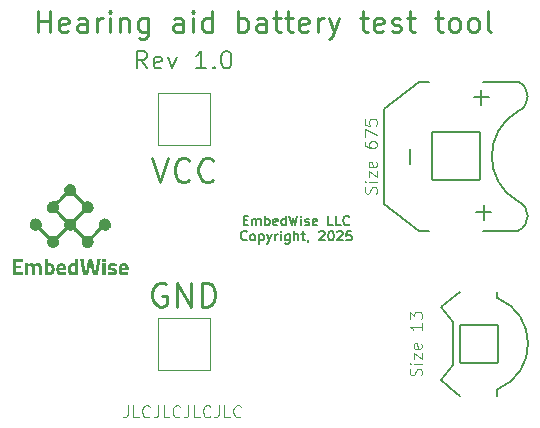
<source format=gto>
%TF.GenerationSoftware,KiCad,Pcbnew,9.0.0-1.fc40*%
%TF.CreationDate,2025-03-13T13:33:29-07:00*%
%TF.ProjectId,HearingAidBattery-Holder,48656172-696e-4674-9169-644261747465,1.0*%
%TF.SameCoordinates,Original*%
%TF.FileFunction,Legend,Top*%
%TF.FilePolarity,Positive*%
%FSLAX46Y46*%
G04 Gerber Fmt 4.6, Leading zero omitted, Abs format (unit mm)*
G04 Created by KiCad (PCBNEW 9.0.0-1.fc40) date 2025-03-13 13:33:29*
%MOMM*%
%LPD*%
G01*
G04 APERTURE LIST*
G04 Aperture macros list*
%AMRoundRect*
0 Rectangle with rounded corners*
0 $1 Rounding radius*
0 $2 $3 $4 $5 $6 $7 $8 $9 X,Y pos of 4 corners*
0 Add a 4 corners polygon primitive as box body*
4,1,4,$2,$3,$4,$5,$6,$7,$8,$9,$2,$3,0*
0 Add four circle primitives for the rounded corners*
1,1,$1+$1,$2,$3*
1,1,$1+$1,$4,$5*
1,1,$1+$1,$6,$7*
1,1,$1+$1,$8,$9*
0 Add four rect primitives between the rounded corners*
20,1,$1+$1,$2,$3,$4,$5,0*
20,1,$1+$1,$4,$5,$6,$7,0*
20,1,$1+$1,$6,$7,$8,$9,0*
20,1,$1+$1,$8,$9,$2,$3,0*%
G04 Aperture macros list end*
%ADD10C,0.100000*%
%ADD11C,0.228600*%
%ADD12C,0.200000*%
%ADD13C,0.150000*%
%ADD14C,0.250000*%
%ADD15C,0.125000*%
%ADD16C,0.120000*%
%ADD17C,0.127000*%
%ADD18C,0.000000*%
%ADD19R,4.000000X4.000000*%
%ADD20C,2.874000*%
%ADD21RoundRect,0.102000X-2.030000X2.030000X-2.030000X-2.030000X2.030000X-2.030000X2.030000X2.030000X0*%
%ADD22C,0.900000*%
%ADD23C,8.600000*%
%ADD24C,1.994000*%
%ADD25RoundRect,0.102000X-1.585000X1.585000X-1.585000X-1.585000X1.585000X-1.585000X1.585000X1.585000X0*%
G04 APERTURE END LIST*
D10*
X106378951Y-103012419D02*
X106378951Y-103726704D01*
X106378951Y-103726704D02*
X106331332Y-103869561D01*
X106331332Y-103869561D02*
X106236094Y-103964800D01*
X106236094Y-103964800D02*
X106093237Y-104012419D01*
X106093237Y-104012419D02*
X105997999Y-104012419D01*
X107331332Y-104012419D02*
X106855142Y-104012419D01*
X106855142Y-104012419D02*
X106855142Y-103012419D01*
X108236094Y-103917180D02*
X108188475Y-103964800D01*
X108188475Y-103964800D02*
X108045618Y-104012419D01*
X108045618Y-104012419D02*
X107950380Y-104012419D01*
X107950380Y-104012419D02*
X107807523Y-103964800D01*
X107807523Y-103964800D02*
X107712285Y-103869561D01*
X107712285Y-103869561D02*
X107664666Y-103774323D01*
X107664666Y-103774323D02*
X107617047Y-103583847D01*
X107617047Y-103583847D02*
X107617047Y-103440990D01*
X107617047Y-103440990D02*
X107664666Y-103250514D01*
X107664666Y-103250514D02*
X107712285Y-103155276D01*
X107712285Y-103155276D02*
X107807523Y-103060038D01*
X107807523Y-103060038D02*
X107950380Y-103012419D01*
X107950380Y-103012419D02*
X108045618Y-103012419D01*
X108045618Y-103012419D02*
X108188475Y-103060038D01*
X108188475Y-103060038D02*
X108236094Y-103107657D01*
X108950380Y-103012419D02*
X108950380Y-103726704D01*
X108950380Y-103726704D02*
X108902761Y-103869561D01*
X108902761Y-103869561D02*
X108807523Y-103964800D01*
X108807523Y-103964800D02*
X108664666Y-104012419D01*
X108664666Y-104012419D02*
X108569428Y-104012419D01*
X109902761Y-104012419D02*
X109426571Y-104012419D01*
X109426571Y-104012419D02*
X109426571Y-103012419D01*
X110807523Y-103917180D02*
X110759904Y-103964800D01*
X110759904Y-103964800D02*
X110617047Y-104012419D01*
X110617047Y-104012419D02*
X110521809Y-104012419D01*
X110521809Y-104012419D02*
X110378952Y-103964800D01*
X110378952Y-103964800D02*
X110283714Y-103869561D01*
X110283714Y-103869561D02*
X110236095Y-103774323D01*
X110236095Y-103774323D02*
X110188476Y-103583847D01*
X110188476Y-103583847D02*
X110188476Y-103440990D01*
X110188476Y-103440990D02*
X110236095Y-103250514D01*
X110236095Y-103250514D02*
X110283714Y-103155276D01*
X110283714Y-103155276D02*
X110378952Y-103060038D01*
X110378952Y-103060038D02*
X110521809Y-103012419D01*
X110521809Y-103012419D02*
X110617047Y-103012419D01*
X110617047Y-103012419D02*
X110759904Y-103060038D01*
X110759904Y-103060038D02*
X110807523Y-103107657D01*
X111521809Y-103012419D02*
X111521809Y-103726704D01*
X111521809Y-103726704D02*
X111474190Y-103869561D01*
X111474190Y-103869561D02*
X111378952Y-103964800D01*
X111378952Y-103964800D02*
X111236095Y-104012419D01*
X111236095Y-104012419D02*
X111140857Y-104012419D01*
X112474190Y-104012419D02*
X111998000Y-104012419D01*
X111998000Y-104012419D02*
X111998000Y-103012419D01*
X113378952Y-103917180D02*
X113331333Y-103964800D01*
X113331333Y-103964800D02*
X113188476Y-104012419D01*
X113188476Y-104012419D02*
X113093238Y-104012419D01*
X113093238Y-104012419D02*
X112950381Y-103964800D01*
X112950381Y-103964800D02*
X112855143Y-103869561D01*
X112855143Y-103869561D02*
X112807524Y-103774323D01*
X112807524Y-103774323D02*
X112759905Y-103583847D01*
X112759905Y-103583847D02*
X112759905Y-103440990D01*
X112759905Y-103440990D02*
X112807524Y-103250514D01*
X112807524Y-103250514D02*
X112855143Y-103155276D01*
X112855143Y-103155276D02*
X112950381Y-103060038D01*
X112950381Y-103060038D02*
X113093238Y-103012419D01*
X113093238Y-103012419D02*
X113188476Y-103012419D01*
X113188476Y-103012419D02*
X113331333Y-103060038D01*
X113331333Y-103060038D02*
X113378952Y-103107657D01*
X114093238Y-103012419D02*
X114093238Y-103726704D01*
X114093238Y-103726704D02*
X114045619Y-103869561D01*
X114045619Y-103869561D02*
X113950381Y-103964800D01*
X113950381Y-103964800D02*
X113807524Y-104012419D01*
X113807524Y-104012419D02*
X113712286Y-104012419D01*
X115045619Y-104012419D02*
X114569429Y-104012419D01*
X114569429Y-104012419D02*
X114569429Y-103012419D01*
X115950381Y-103917180D02*
X115902762Y-103964800D01*
X115902762Y-103964800D02*
X115759905Y-104012419D01*
X115759905Y-104012419D02*
X115664667Y-104012419D01*
X115664667Y-104012419D02*
X115521810Y-103964800D01*
X115521810Y-103964800D02*
X115426572Y-103869561D01*
X115426572Y-103869561D02*
X115378953Y-103774323D01*
X115378953Y-103774323D02*
X115331334Y-103583847D01*
X115331334Y-103583847D02*
X115331334Y-103440990D01*
X115331334Y-103440990D02*
X115378953Y-103250514D01*
X115378953Y-103250514D02*
X115426572Y-103155276D01*
X115426572Y-103155276D02*
X115521810Y-103060038D01*
X115521810Y-103060038D02*
X115664667Y-103012419D01*
X115664667Y-103012419D02*
X115759905Y-103012419D01*
X115759905Y-103012419D02*
X115902762Y-103060038D01*
X115902762Y-103060038D02*
X115950381Y-103107657D01*
D11*
X98763664Y-71398519D02*
X98763664Y-69620519D01*
X98763664Y-70467186D02*
X99779664Y-70467186D01*
X99779664Y-71398519D02*
X99779664Y-69620519D01*
X101303664Y-71313853D02*
X101134331Y-71398519D01*
X101134331Y-71398519D02*
X100795664Y-71398519D01*
X100795664Y-71398519D02*
X100626331Y-71313853D01*
X100626331Y-71313853D02*
X100541664Y-71144519D01*
X100541664Y-71144519D02*
X100541664Y-70467186D01*
X100541664Y-70467186D02*
X100626331Y-70297853D01*
X100626331Y-70297853D02*
X100795664Y-70213186D01*
X100795664Y-70213186D02*
X101134331Y-70213186D01*
X101134331Y-70213186D02*
X101303664Y-70297853D01*
X101303664Y-70297853D02*
X101388331Y-70467186D01*
X101388331Y-70467186D02*
X101388331Y-70636519D01*
X101388331Y-70636519D02*
X100541664Y-70805853D01*
X102912331Y-71398519D02*
X102912331Y-70467186D01*
X102912331Y-70467186D02*
X102827664Y-70297853D01*
X102827664Y-70297853D02*
X102658331Y-70213186D01*
X102658331Y-70213186D02*
X102319664Y-70213186D01*
X102319664Y-70213186D02*
X102150331Y-70297853D01*
X102912331Y-71313853D02*
X102742998Y-71398519D01*
X102742998Y-71398519D02*
X102319664Y-71398519D01*
X102319664Y-71398519D02*
X102150331Y-71313853D01*
X102150331Y-71313853D02*
X102065664Y-71144519D01*
X102065664Y-71144519D02*
X102065664Y-70975186D01*
X102065664Y-70975186D02*
X102150331Y-70805853D01*
X102150331Y-70805853D02*
X102319664Y-70721186D01*
X102319664Y-70721186D02*
X102742998Y-70721186D01*
X102742998Y-70721186D02*
X102912331Y-70636519D01*
X103758998Y-71398519D02*
X103758998Y-70213186D01*
X103758998Y-70551853D02*
X103843665Y-70382519D01*
X103843665Y-70382519D02*
X103928331Y-70297853D01*
X103928331Y-70297853D02*
X104097665Y-70213186D01*
X104097665Y-70213186D02*
X104266998Y-70213186D01*
X104859665Y-71398519D02*
X104859665Y-70213186D01*
X104859665Y-69620519D02*
X104774998Y-69705186D01*
X104774998Y-69705186D02*
X104859665Y-69789853D01*
X104859665Y-69789853D02*
X104944332Y-69705186D01*
X104944332Y-69705186D02*
X104859665Y-69620519D01*
X104859665Y-69620519D02*
X104859665Y-69789853D01*
X105706332Y-70213186D02*
X105706332Y-71398519D01*
X105706332Y-70382519D02*
X105790999Y-70297853D01*
X105790999Y-70297853D02*
X105960332Y-70213186D01*
X105960332Y-70213186D02*
X106214332Y-70213186D01*
X106214332Y-70213186D02*
X106383665Y-70297853D01*
X106383665Y-70297853D02*
X106468332Y-70467186D01*
X106468332Y-70467186D02*
X106468332Y-71398519D01*
X108076999Y-70213186D02*
X108076999Y-71652519D01*
X108076999Y-71652519D02*
X107992332Y-71821853D01*
X107992332Y-71821853D02*
X107907666Y-71906519D01*
X107907666Y-71906519D02*
X107738332Y-71991186D01*
X107738332Y-71991186D02*
X107484332Y-71991186D01*
X107484332Y-71991186D02*
X107314999Y-71906519D01*
X108076999Y-71313853D02*
X107907666Y-71398519D01*
X107907666Y-71398519D02*
X107568999Y-71398519D01*
X107568999Y-71398519D02*
X107399666Y-71313853D01*
X107399666Y-71313853D02*
X107314999Y-71229186D01*
X107314999Y-71229186D02*
X107230332Y-71059853D01*
X107230332Y-71059853D02*
X107230332Y-70551853D01*
X107230332Y-70551853D02*
X107314999Y-70382519D01*
X107314999Y-70382519D02*
X107399666Y-70297853D01*
X107399666Y-70297853D02*
X107568999Y-70213186D01*
X107568999Y-70213186D02*
X107907666Y-70213186D01*
X107907666Y-70213186D02*
X108076999Y-70297853D01*
X111040333Y-71398519D02*
X111040333Y-70467186D01*
X111040333Y-70467186D02*
X110955666Y-70297853D01*
X110955666Y-70297853D02*
X110786333Y-70213186D01*
X110786333Y-70213186D02*
X110447666Y-70213186D01*
X110447666Y-70213186D02*
X110278333Y-70297853D01*
X111040333Y-71313853D02*
X110871000Y-71398519D01*
X110871000Y-71398519D02*
X110447666Y-71398519D01*
X110447666Y-71398519D02*
X110278333Y-71313853D01*
X110278333Y-71313853D02*
X110193666Y-71144519D01*
X110193666Y-71144519D02*
X110193666Y-70975186D01*
X110193666Y-70975186D02*
X110278333Y-70805853D01*
X110278333Y-70805853D02*
X110447666Y-70721186D01*
X110447666Y-70721186D02*
X110871000Y-70721186D01*
X110871000Y-70721186D02*
X111040333Y-70636519D01*
X111887000Y-71398519D02*
X111887000Y-70213186D01*
X111887000Y-69620519D02*
X111802333Y-69705186D01*
X111802333Y-69705186D02*
X111887000Y-69789853D01*
X111887000Y-69789853D02*
X111971667Y-69705186D01*
X111971667Y-69705186D02*
X111887000Y-69620519D01*
X111887000Y-69620519D02*
X111887000Y-69789853D01*
X113495667Y-71398519D02*
X113495667Y-69620519D01*
X113495667Y-71313853D02*
X113326334Y-71398519D01*
X113326334Y-71398519D02*
X112987667Y-71398519D01*
X112987667Y-71398519D02*
X112818334Y-71313853D01*
X112818334Y-71313853D02*
X112733667Y-71229186D01*
X112733667Y-71229186D02*
X112649000Y-71059853D01*
X112649000Y-71059853D02*
X112649000Y-70551853D01*
X112649000Y-70551853D02*
X112733667Y-70382519D01*
X112733667Y-70382519D02*
X112818334Y-70297853D01*
X112818334Y-70297853D02*
X112987667Y-70213186D01*
X112987667Y-70213186D02*
X113326334Y-70213186D01*
X113326334Y-70213186D02*
X113495667Y-70297853D01*
X115697001Y-71398519D02*
X115697001Y-69620519D01*
X115697001Y-70297853D02*
X115866334Y-70213186D01*
X115866334Y-70213186D02*
X116205001Y-70213186D01*
X116205001Y-70213186D02*
X116374334Y-70297853D01*
X116374334Y-70297853D02*
X116459001Y-70382519D01*
X116459001Y-70382519D02*
X116543668Y-70551853D01*
X116543668Y-70551853D02*
X116543668Y-71059853D01*
X116543668Y-71059853D02*
X116459001Y-71229186D01*
X116459001Y-71229186D02*
X116374334Y-71313853D01*
X116374334Y-71313853D02*
X116205001Y-71398519D01*
X116205001Y-71398519D02*
X115866334Y-71398519D01*
X115866334Y-71398519D02*
X115697001Y-71313853D01*
X118067668Y-71398519D02*
X118067668Y-70467186D01*
X118067668Y-70467186D02*
X117983001Y-70297853D01*
X117983001Y-70297853D02*
X117813668Y-70213186D01*
X117813668Y-70213186D02*
X117475001Y-70213186D01*
X117475001Y-70213186D02*
X117305668Y-70297853D01*
X118067668Y-71313853D02*
X117898335Y-71398519D01*
X117898335Y-71398519D02*
X117475001Y-71398519D01*
X117475001Y-71398519D02*
X117305668Y-71313853D01*
X117305668Y-71313853D02*
X117221001Y-71144519D01*
X117221001Y-71144519D02*
X117221001Y-70975186D01*
X117221001Y-70975186D02*
X117305668Y-70805853D01*
X117305668Y-70805853D02*
X117475001Y-70721186D01*
X117475001Y-70721186D02*
X117898335Y-70721186D01*
X117898335Y-70721186D02*
X118067668Y-70636519D01*
X118660335Y-70213186D02*
X119337668Y-70213186D01*
X118914335Y-69620519D02*
X118914335Y-71144519D01*
X118914335Y-71144519D02*
X118999002Y-71313853D01*
X118999002Y-71313853D02*
X119168335Y-71398519D01*
X119168335Y-71398519D02*
X119337668Y-71398519D01*
X119676335Y-70213186D02*
X120353668Y-70213186D01*
X119930335Y-69620519D02*
X119930335Y-71144519D01*
X119930335Y-71144519D02*
X120015002Y-71313853D01*
X120015002Y-71313853D02*
X120184335Y-71398519D01*
X120184335Y-71398519D02*
X120353668Y-71398519D01*
X121623668Y-71313853D02*
X121454335Y-71398519D01*
X121454335Y-71398519D02*
X121115668Y-71398519D01*
X121115668Y-71398519D02*
X120946335Y-71313853D01*
X120946335Y-71313853D02*
X120861668Y-71144519D01*
X120861668Y-71144519D02*
X120861668Y-70467186D01*
X120861668Y-70467186D02*
X120946335Y-70297853D01*
X120946335Y-70297853D02*
X121115668Y-70213186D01*
X121115668Y-70213186D02*
X121454335Y-70213186D01*
X121454335Y-70213186D02*
X121623668Y-70297853D01*
X121623668Y-70297853D02*
X121708335Y-70467186D01*
X121708335Y-70467186D02*
X121708335Y-70636519D01*
X121708335Y-70636519D02*
X120861668Y-70805853D01*
X122470335Y-71398519D02*
X122470335Y-70213186D01*
X122470335Y-70551853D02*
X122555002Y-70382519D01*
X122555002Y-70382519D02*
X122639668Y-70297853D01*
X122639668Y-70297853D02*
X122809002Y-70213186D01*
X122809002Y-70213186D02*
X122978335Y-70213186D01*
X123401669Y-70213186D02*
X123825002Y-71398519D01*
X124248335Y-70213186D02*
X123825002Y-71398519D01*
X123825002Y-71398519D02*
X123655669Y-71821853D01*
X123655669Y-71821853D02*
X123571002Y-71906519D01*
X123571002Y-71906519D02*
X123401669Y-71991186D01*
X126026336Y-70213186D02*
X126703669Y-70213186D01*
X126280336Y-69620519D02*
X126280336Y-71144519D01*
X126280336Y-71144519D02*
X126365003Y-71313853D01*
X126365003Y-71313853D02*
X126534336Y-71398519D01*
X126534336Y-71398519D02*
X126703669Y-71398519D01*
X127973669Y-71313853D02*
X127804336Y-71398519D01*
X127804336Y-71398519D02*
X127465669Y-71398519D01*
X127465669Y-71398519D02*
X127296336Y-71313853D01*
X127296336Y-71313853D02*
X127211669Y-71144519D01*
X127211669Y-71144519D02*
X127211669Y-70467186D01*
X127211669Y-70467186D02*
X127296336Y-70297853D01*
X127296336Y-70297853D02*
X127465669Y-70213186D01*
X127465669Y-70213186D02*
X127804336Y-70213186D01*
X127804336Y-70213186D02*
X127973669Y-70297853D01*
X127973669Y-70297853D02*
X128058336Y-70467186D01*
X128058336Y-70467186D02*
X128058336Y-70636519D01*
X128058336Y-70636519D02*
X127211669Y-70805853D01*
X128735669Y-71313853D02*
X128905003Y-71398519D01*
X128905003Y-71398519D02*
X129243669Y-71398519D01*
X129243669Y-71398519D02*
X129413003Y-71313853D01*
X129413003Y-71313853D02*
X129497669Y-71144519D01*
X129497669Y-71144519D02*
X129497669Y-71059853D01*
X129497669Y-71059853D02*
X129413003Y-70890519D01*
X129413003Y-70890519D02*
X129243669Y-70805853D01*
X129243669Y-70805853D02*
X128989669Y-70805853D01*
X128989669Y-70805853D02*
X128820336Y-70721186D01*
X128820336Y-70721186D02*
X128735669Y-70551853D01*
X128735669Y-70551853D02*
X128735669Y-70467186D01*
X128735669Y-70467186D02*
X128820336Y-70297853D01*
X128820336Y-70297853D02*
X128989669Y-70213186D01*
X128989669Y-70213186D02*
X129243669Y-70213186D01*
X129243669Y-70213186D02*
X129413003Y-70297853D01*
X130005669Y-70213186D02*
X130683002Y-70213186D01*
X130259669Y-69620519D02*
X130259669Y-71144519D01*
X130259669Y-71144519D02*
X130344336Y-71313853D01*
X130344336Y-71313853D02*
X130513669Y-71398519D01*
X130513669Y-71398519D02*
X130683002Y-71398519D01*
X132376336Y-70213186D02*
X133053669Y-70213186D01*
X132630336Y-69620519D02*
X132630336Y-71144519D01*
X132630336Y-71144519D02*
X132715003Y-71313853D01*
X132715003Y-71313853D02*
X132884336Y-71398519D01*
X132884336Y-71398519D02*
X133053669Y-71398519D01*
X133900336Y-71398519D02*
X133731003Y-71313853D01*
X133731003Y-71313853D02*
X133646336Y-71229186D01*
X133646336Y-71229186D02*
X133561669Y-71059853D01*
X133561669Y-71059853D02*
X133561669Y-70551853D01*
X133561669Y-70551853D02*
X133646336Y-70382519D01*
X133646336Y-70382519D02*
X133731003Y-70297853D01*
X133731003Y-70297853D02*
X133900336Y-70213186D01*
X133900336Y-70213186D02*
X134154336Y-70213186D01*
X134154336Y-70213186D02*
X134323669Y-70297853D01*
X134323669Y-70297853D02*
X134408336Y-70382519D01*
X134408336Y-70382519D02*
X134493003Y-70551853D01*
X134493003Y-70551853D02*
X134493003Y-71059853D01*
X134493003Y-71059853D02*
X134408336Y-71229186D01*
X134408336Y-71229186D02*
X134323669Y-71313853D01*
X134323669Y-71313853D02*
X134154336Y-71398519D01*
X134154336Y-71398519D02*
X133900336Y-71398519D01*
X135509003Y-71398519D02*
X135339670Y-71313853D01*
X135339670Y-71313853D02*
X135255003Y-71229186D01*
X135255003Y-71229186D02*
X135170336Y-71059853D01*
X135170336Y-71059853D02*
X135170336Y-70551853D01*
X135170336Y-70551853D02*
X135255003Y-70382519D01*
X135255003Y-70382519D02*
X135339670Y-70297853D01*
X135339670Y-70297853D02*
X135509003Y-70213186D01*
X135509003Y-70213186D02*
X135763003Y-70213186D01*
X135763003Y-70213186D02*
X135932336Y-70297853D01*
X135932336Y-70297853D02*
X136017003Y-70382519D01*
X136017003Y-70382519D02*
X136101670Y-70551853D01*
X136101670Y-70551853D02*
X136101670Y-71059853D01*
X136101670Y-71059853D02*
X136017003Y-71229186D01*
X136017003Y-71229186D02*
X135932336Y-71313853D01*
X135932336Y-71313853D02*
X135763003Y-71398519D01*
X135763003Y-71398519D02*
X135509003Y-71398519D01*
X137117670Y-71398519D02*
X136948337Y-71313853D01*
X136948337Y-71313853D02*
X136863670Y-71144519D01*
X136863670Y-71144519D02*
X136863670Y-69620519D01*
D12*
X108017857Y-74482028D02*
X107517857Y-73767742D01*
X107160714Y-74482028D02*
X107160714Y-72982028D01*
X107160714Y-72982028D02*
X107732143Y-72982028D01*
X107732143Y-72982028D02*
X107875000Y-73053457D01*
X107875000Y-73053457D02*
X107946429Y-73124885D01*
X107946429Y-73124885D02*
X108017857Y-73267742D01*
X108017857Y-73267742D02*
X108017857Y-73482028D01*
X108017857Y-73482028D02*
X107946429Y-73624885D01*
X107946429Y-73624885D02*
X107875000Y-73696314D01*
X107875000Y-73696314D02*
X107732143Y-73767742D01*
X107732143Y-73767742D02*
X107160714Y-73767742D01*
X109232143Y-74410600D02*
X109089286Y-74482028D01*
X109089286Y-74482028D02*
X108803572Y-74482028D01*
X108803572Y-74482028D02*
X108660714Y-74410600D01*
X108660714Y-74410600D02*
X108589286Y-74267742D01*
X108589286Y-74267742D02*
X108589286Y-73696314D01*
X108589286Y-73696314D02*
X108660714Y-73553457D01*
X108660714Y-73553457D02*
X108803572Y-73482028D01*
X108803572Y-73482028D02*
X109089286Y-73482028D01*
X109089286Y-73482028D02*
X109232143Y-73553457D01*
X109232143Y-73553457D02*
X109303572Y-73696314D01*
X109303572Y-73696314D02*
X109303572Y-73839171D01*
X109303572Y-73839171D02*
X108589286Y-73982028D01*
X109803571Y-73482028D02*
X110160714Y-74482028D01*
X110160714Y-74482028D02*
X110517857Y-73482028D01*
X113017857Y-74482028D02*
X112160714Y-74482028D01*
X112589285Y-74482028D02*
X112589285Y-72982028D01*
X112589285Y-72982028D02*
X112446428Y-73196314D01*
X112446428Y-73196314D02*
X112303571Y-73339171D01*
X112303571Y-73339171D02*
X112160714Y-73410600D01*
X113660713Y-74339171D02*
X113732142Y-74410600D01*
X113732142Y-74410600D02*
X113660713Y-74482028D01*
X113660713Y-74482028D02*
X113589285Y-74410600D01*
X113589285Y-74410600D02*
X113660713Y-74339171D01*
X113660713Y-74339171D02*
X113660713Y-74482028D01*
X114660714Y-72982028D02*
X114803571Y-72982028D01*
X114803571Y-72982028D02*
X114946428Y-73053457D01*
X114946428Y-73053457D02*
X115017857Y-73124885D01*
X115017857Y-73124885D02*
X115089285Y-73267742D01*
X115089285Y-73267742D02*
X115160714Y-73553457D01*
X115160714Y-73553457D02*
X115160714Y-73910600D01*
X115160714Y-73910600D02*
X115089285Y-74196314D01*
X115089285Y-74196314D02*
X115017857Y-74339171D01*
X115017857Y-74339171D02*
X114946428Y-74410600D01*
X114946428Y-74410600D02*
X114803571Y-74482028D01*
X114803571Y-74482028D02*
X114660714Y-74482028D01*
X114660714Y-74482028D02*
X114517857Y-74410600D01*
X114517857Y-74410600D02*
X114446428Y-74339171D01*
X114446428Y-74339171D02*
X114374999Y-74196314D01*
X114374999Y-74196314D02*
X114303571Y-73910600D01*
X114303571Y-73910600D02*
X114303571Y-73553457D01*
X114303571Y-73553457D02*
X114374999Y-73267742D01*
X114374999Y-73267742D02*
X114446428Y-73124885D01*
X114446428Y-73124885D02*
X114517857Y-73053457D01*
X114517857Y-73053457D02*
X114660714Y-72982028D01*
D13*
X116211904Y-87341292D02*
X116478570Y-87341292D01*
X116592856Y-87760340D02*
X116211904Y-87760340D01*
X116211904Y-87760340D02*
X116211904Y-86960340D01*
X116211904Y-86960340D02*
X116592856Y-86960340D01*
X116935714Y-87760340D02*
X116935714Y-87227006D01*
X116935714Y-87303197D02*
X116973809Y-87265102D01*
X116973809Y-87265102D02*
X117049999Y-87227006D01*
X117049999Y-87227006D02*
X117164285Y-87227006D01*
X117164285Y-87227006D02*
X117240476Y-87265102D01*
X117240476Y-87265102D02*
X117278571Y-87341292D01*
X117278571Y-87341292D02*
X117278571Y-87760340D01*
X117278571Y-87341292D02*
X117316666Y-87265102D01*
X117316666Y-87265102D02*
X117392857Y-87227006D01*
X117392857Y-87227006D02*
X117507142Y-87227006D01*
X117507142Y-87227006D02*
X117583333Y-87265102D01*
X117583333Y-87265102D02*
X117621428Y-87341292D01*
X117621428Y-87341292D02*
X117621428Y-87760340D01*
X118002381Y-87760340D02*
X118002381Y-86960340D01*
X118002381Y-87265102D02*
X118078571Y-87227006D01*
X118078571Y-87227006D02*
X118230952Y-87227006D01*
X118230952Y-87227006D02*
X118307143Y-87265102D01*
X118307143Y-87265102D02*
X118345238Y-87303197D01*
X118345238Y-87303197D02*
X118383333Y-87379387D01*
X118383333Y-87379387D02*
X118383333Y-87607959D01*
X118383333Y-87607959D02*
X118345238Y-87684149D01*
X118345238Y-87684149D02*
X118307143Y-87722245D01*
X118307143Y-87722245D02*
X118230952Y-87760340D01*
X118230952Y-87760340D02*
X118078571Y-87760340D01*
X118078571Y-87760340D02*
X118002381Y-87722245D01*
X119030953Y-87722245D02*
X118954762Y-87760340D01*
X118954762Y-87760340D02*
X118802381Y-87760340D01*
X118802381Y-87760340D02*
X118726191Y-87722245D01*
X118726191Y-87722245D02*
X118688095Y-87646054D01*
X118688095Y-87646054D02*
X118688095Y-87341292D01*
X118688095Y-87341292D02*
X118726191Y-87265102D01*
X118726191Y-87265102D02*
X118802381Y-87227006D01*
X118802381Y-87227006D02*
X118954762Y-87227006D01*
X118954762Y-87227006D02*
X119030953Y-87265102D01*
X119030953Y-87265102D02*
X119069048Y-87341292D01*
X119069048Y-87341292D02*
X119069048Y-87417483D01*
X119069048Y-87417483D02*
X118688095Y-87493673D01*
X119754762Y-87760340D02*
X119754762Y-86960340D01*
X119754762Y-87722245D02*
X119678571Y-87760340D01*
X119678571Y-87760340D02*
X119526190Y-87760340D01*
X119526190Y-87760340D02*
X119450000Y-87722245D01*
X119450000Y-87722245D02*
X119411905Y-87684149D01*
X119411905Y-87684149D02*
X119373809Y-87607959D01*
X119373809Y-87607959D02*
X119373809Y-87379387D01*
X119373809Y-87379387D02*
X119411905Y-87303197D01*
X119411905Y-87303197D02*
X119450000Y-87265102D01*
X119450000Y-87265102D02*
X119526190Y-87227006D01*
X119526190Y-87227006D02*
X119678571Y-87227006D01*
X119678571Y-87227006D02*
X119754762Y-87265102D01*
X120059524Y-86960340D02*
X120250000Y-87760340D01*
X120250000Y-87760340D02*
X120402381Y-87188911D01*
X120402381Y-87188911D02*
X120554762Y-87760340D01*
X120554762Y-87760340D02*
X120745239Y-86960340D01*
X121050001Y-87760340D02*
X121050001Y-87227006D01*
X121050001Y-86960340D02*
X121011905Y-86998435D01*
X121011905Y-86998435D02*
X121050001Y-87036530D01*
X121050001Y-87036530D02*
X121088096Y-86998435D01*
X121088096Y-86998435D02*
X121050001Y-86960340D01*
X121050001Y-86960340D02*
X121050001Y-87036530D01*
X121392857Y-87722245D02*
X121469048Y-87760340D01*
X121469048Y-87760340D02*
X121621429Y-87760340D01*
X121621429Y-87760340D02*
X121697619Y-87722245D01*
X121697619Y-87722245D02*
X121735715Y-87646054D01*
X121735715Y-87646054D02*
X121735715Y-87607959D01*
X121735715Y-87607959D02*
X121697619Y-87531768D01*
X121697619Y-87531768D02*
X121621429Y-87493673D01*
X121621429Y-87493673D02*
X121507143Y-87493673D01*
X121507143Y-87493673D02*
X121430953Y-87455578D01*
X121430953Y-87455578D02*
X121392857Y-87379387D01*
X121392857Y-87379387D02*
X121392857Y-87341292D01*
X121392857Y-87341292D02*
X121430953Y-87265102D01*
X121430953Y-87265102D02*
X121507143Y-87227006D01*
X121507143Y-87227006D02*
X121621429Y-87227006D01*
X121621429Y-87227006D02*
X121697619Y-87265102D01*
X122383334Y-87722245D02*
X122307143Y-87760340D01*
X122307143Y-87760340D02*
X122154762Y-87760340D01*
X122154762Y-87760340D02*
X122078572Y-87722245D01*
X122078572Y-87722245D02*
X122040476Y-87646054D01*
X122040476Y-87646054D02*
X122040476Y-87341292D01*
X122040476Y-87341292D02*
X122078572Y-87265102D01*
X122078572Y-87265102D02*
X122154762Y-87227006D01*
X122154762Y-87227006D02*
X122307143Y-87227006D01*
X122307143Y-87227006D02*
X122383334Y-87265102D01*
X122383334Y-87265102D02*
X122421429Y-87341292D01*
X122421429Y-87341292D02*
X122421429Y-87417483D01*
X122421429Y-87417483D02*
X122040476Y-87493673D01*
X123754762Y-87760340D02*
X123373810Y-87760340D01*
X123373810Y-87760340D02*
X123373810Y-86960340D01*
X124402381Y-87760340D02*
X124021429Y-87760340D01*
X124021429Y-87760340D02*
X124021429Y-86960340D01*
X125126191Y-87684149D02*
X125088095Y-87722245D01*
X125088095Y-87722245D02*
X124973810Y-87760340D01*
X124973810Y-87760340D02*
X124897619Y-87760340D01*
X124897619Y-87760340D02*
X124783333Y-87722245D01*
X124783333Y-87722245D02*
X124707143Y-87646054D01*
X124707143Y-87646054D02*
X124669048Y-87569864D01*
X124669048Y-87569864D02*
X124630952Y-87417483D01*
X124630952Y-87417483D02*
X124630952Y-87303197D01*
X124630952Y-87303197D02*
X124669048Y-87150816D01*
X124669048Y-87150816D02*
X124707143Y-87074625D01*
X124707143Y-87074625D02*
X124783333Y-86998435D01*
X124783333Y-86998435D02*
X124897619Y-86960340D01*
X124897619Y-86960340D02*
X124973810Y-86960340D01*
X124973810Y-86960340D02*
X125088095Y-86998435D01*
X125088095Y-86998435D02*
X125126191Y-87036530D01*
X116459523Y-88972104D02*
X116421427Y-89010200D01*
X116421427Y-89010200D02*
X116307142Y-89048295D01*
X116307142Y-89048295D02*
X116230951Y-89048295D01*
X116230951Y-89048295D02*
X116116665Y-89010200D01*
X116116665Y-89010200D02*
X116040475Y-88934009D01*
X116040475Y-88934009D02*
X116002380Y-88857819D01*
X116002380Y-88857819D02*
X115964284Y-88705438D01*
X115964284Y-88705438D02*
X115964284Y-88591152D01*
X115964284Y-88591152D02*
X116002380Y-88438771D01*
X116002380Y-88438771D02*
X116040475Y-88362580D01*
X116040475Y-88362580D02*
X116116665Y-88286390D01*
X116116665Y-88286390D02*
X116230951Y-88248295D01*
X116230951Y-88248295D02*
X116307142Y-88248295D01*
X116307142Y-88248295D02*
X116421427Y-88286390D01*
X116421427Y-88286390D02*
X116459523Y-88324485D01*
X116916665Y-89048295D02*
X116840475Y-89010200D01*
X116840475Y-89010200D02*
X116802380Y-88972104D01*
X116802380Y-88972104D02*
X116764284Y-88895914D01*
X116764284Y-88895914D02*
X116764284Y-88667342D01*
X116764284Y-88667342D02*
X116802380Y-88591152D01*
X116802380Y-88591152D02*
X116840475Y-88553057D01*
X116840475Y-88553057D02*
X116916665Y-88514961D01*
X116916665Y-88514961D02*
X117030951Y-88514961D01*
X117030951Y-88514961D02*
X117107142Y-88553057D01*
X117107142Y-88553057D02*
X117145237Y-88591152D01*
X117145237Y-88591152D02*
X117183332Y-88667342D01*
X117183332Y-88667342D02*
X117183332Y-88895914D01*
X117183332Y-88895914D02*
X117145237Y-88972104D01*
X117145237Y-88972104D02*
X117107142Y-89010200D01*
X117107142Y-89010200D02*
X117030951Y-89048295D01*
X117030951Y-89048295D02*
X116916665Y-89048295D01*
X117526190Y-88514961D02*
X117526190Y-89314961D01*
X117526190Y-88553057D02*
X117602380Y-88514961D01*
X117602380Y-88514961D02*
X117754761Y-88514961D01*
X117754761Y-88514961D02*
X117830952Y-88553057D01*
X117830952Y-88553057D02*
X117869047Y-88591152D01*
X117869047Y-88591152D02*
X117907142Y-88667342D01*
X117907142Y-88667342D02*
X117907142Y-88895914D01*
X117907142Y-88895914D02*
X117869047Y-88972104D01*
X117869047Y-88972104D02*
X117830952Y-89010200D01*
X117830952Y-89010200D02*
X117754761Y-89048295D01*
X117754761Y-89048295D02*
X117602380Y-89048295D01*
X117602380Y-89048295D02*
X117526190Y-89010200D01*
X118173809Y-88514961D02*
X118364285Y-89048295D01*
X118554762Y-88514961D02*
X118364285Y-89048295D01*
X118364285Y-89048295D02*
X118288095Y-89238771D01*
X118288095Y-89238771D02*
X118250000Y-89276866D01*
X118250000Y-89276866D02*
X118173809Y-89314961D01*
X118859524Y-89048295D02*
X118859524Y-88514961D01*
X118859524Y-88667342D02*
X118897619Y-88591152D01*
X118897619Y-88591152D02*
X118935714Y-88553057D01*
X118935714Y-88553057D02*
X119011905Y-88514961D01*
X119011905Y-88514961D02*
X119088095Y-88514961D01*
X119354762Y-89048295D02*
X119354762Y-88514961D01*
X119354762Y-88248295D02*
X119316666Y-88286390D01*
X119316666Y-88286390D02*
X119354762Y-88324485D01*
X119354762Y-88324485D02*
X119392857Y-88286390D01*
X119392857Y-88286390D02*
X119354762Y-88248295D01*
X119354762Y-88248295D02*
X119354762Y-88324485D01*
X120078571Y-88514961D02*
X120078571Y-89162580D01*
X120078571Y-89162580D02*
X120040476Y-89238771D01*
X120040476Y-89238771D02*
X120002380Y-89276866D01*
X120002380Y-89276866D02*
X119926190Y-89314961D01*
X119926190Y-89314961D02*
X119811904Y-89314961D01*
X119811904Y-89314961D02*
X119735714Y-89276866D01*
X120078571Y-89010200D02*
X120002380Y-89048295D01*
X120002380Y-89048295D02*
X119849999Y-89048295D01*
X119849999Y-89048295D02*
X119773809Y-89010200D01*
X119773809Y-89010200D02*
X119735714Y-88972104D01*
X119735714Y-88972104D02*
X119697618Y-88895914D01*
X119697618Y-88895914D02*
X119697618Y-88667342D01*
X119697618Y-88667342D02*
X119735714Y-88591152D01*
X119735714Y-88591152D02*
X119773809Y-88553057D01*
X119773809Y-88553057D02*
X119849999Y-88514961D01*
X119849999Y-88514961D02*
X120002380Y-88514961D01*
X120002380Y-88514961D02*
X120078571Y-88553057D01*
X120459524Y-89048295D02*
X120459524Y-88248295D01*
X120802381Y-89048295D02*
X120802381Y-88629247D01*
X120802381Y-88629247D02*
X120764286Y-88553057D01*
X120764286Y-88553057D02*
X120688095Y-88514961D01*
X120688095Y-88514961D02*
X120573809Y-88514961D01*
X120573809Y-88514961D02*
X120497619Y-88553057D01*
X120497619Y-88553057D02*
X120459524Y-88591152D01*
X121069048Y-88514961D02*
X121373810Y-88514961D01*
X121183334Y-88248295D02*
X121183334Y-88934009D01*
X121183334Y-88934009D02*
X121221429Y-89010200D01*
X121221429Y-89010200D02*
X121297619Y-89048295D01*
X121297619Y-89048295D02*
X121373810Y-89048295D01*
X121678572Y-89010200D02*
X121678572Y-89048295D01*
X121678572Y-89048295D02*
X121640477Y-89124485D01*
X121640477Y-89124485D02*
X121602381Y-89162580D01*
X122592857Y-88324485D02*
X122630953Y-88286390D01*
X122630953Y-88286390D02*
X122707143Y-88248295D01*
X122707143Y-88248295D02*
X122897619Y-88248295D01*
X122897619Y-88248295D02*
X122973810Y-88286390D01*
X122973810Y-88286390D02*
X123011905Y-88324485D01*
X123011905Y-88324485D02*
X123050000Y-88400676D01*
X123050000Y-88400676D02*
X123050000Y-88476866D01*
X123050000Y-88476866D02*
X123011905Y-88591152D01*
X123011905Y-88591152D02*
X122554762Y-89048295D01*
X122554762Y-89048295D02*
X123050000Y-89048295D01*
X123545239Y-88248295D02*
X123621429Y-88248295D01*
X123621429Y-88248295D02*
X123697620Y-88286390D01*
X123697620Y-88286390D02*
X123735715Y-88324485D01*
X123735715Y-88324485D02*
X123773810Y-88400676D01*
X123773810Y-88400676D02*
X123811905Y-88553057D01*
X123811905Y-88553057D02*
X123811905Y-88743533D01*
X123811905Y-88743533D02*
X123773810Y-88895914D01*
X123773810Y-88895914D02*
X123735715Y-88972104D01*
X123735715Y-88972104D02*
X123697620Y-89010200D01*
X123697620Y-89010200D02*
X123621429Y-89048295D01*
X123621429Y-89048295D02*
X123545239Y-89048295D01*
X123545239Y-89048295D02*
X123469048Y-89010200D01*
X123469048Y-89010200D02*
X123430953Y-88972104D01*
X123430953Y-88972104D02*
X123392858Y-88895914D01*
X123392858Y-88895914D02*
X123354762Y-88743533D01*
X123354762Y-88743533D02*
X123354762Y-88553057D01*
X123354762Y-88553057D02*
X123392858Y-88400676D01*
X123392858Y-88400676D02*
X123430953Y-88324485D01*
X123430953Y-88324485D02*
X123469048Y-88286390D01*
X123469048Y-88286390D02*
X123545239Y-88248295D01*
X124116667Y-88324485D02*
X124154763Y-88286390D01*
X124154763Y-88286390D02*
X124230953Y-88248295D01*
X124230953Y-88248295D02*
X124421429Y-88248295D01*
X124421429Y-88248295D02*
X124497620Y-88286390D01*
X124497620Y-88286390D02*
X124535715Y-88324485D01*
X124535715Y-88324485D02*
X124573810Y-88400676D01*
X124573810Y-88400676D02*
X124573810Y-88476866D01*
X124573810Y-88476866D02*
X124535715Y-88591152D01*
X124535715Y-88591152D02*
X124078572Y-89048295D01*
X124078572Y-89048295D02*
X124573810Y-89048295D01*
X125297620Y-88248295D02*
X124916668Y-88248295D01*
X124916668Y-88248295D02*
X124878572Y-88629247D01*
X124878572Y-88629247D02*
X124916668Y-88591152D01*
X124916668Y-88591152D02*
X124992858Y-88553057D01*
X124992858Y-88553057D02*
X125183334Y-88553057D01*
X125183334Y-88553057D02*
X125259525Y-88591152D01*
X125259525Y-88591152D02*
X125297620Y-88629247D01*
X125297620Y-88629247D02*
X125335715Y-88705438D01*
X125335715Y-88705438D02*
X125335715Y-88895914D01*
X125335715Y-88895914D02*
X125297620Y-88972104D01*
X125297620Y-88972104D02*
X125259525Y-89010200D01*
X125259525Y-89010200D02*
X125183334Y-89048295D01*
X125183334Y-89048295D02*
X124992858Y-89048295D01*
X124992858Y-89048295D02*
X124916668Y-89010200D01*
X124916668Y-89010200D02*
X124878572Y-88972104D01*
D14*
X108458333Y-82097238D02*
X109124999Y-84097238D01*
X109124999Y-84097238D02*
X109791666Y-82097238D01*
X111601190Y-83906761D02*
X111505952Y-84002000D01*
X111505952Y-84002000D02*
X111220238Y-84097238D01*
X111220238Y-84097238D02*
X111029762Y-84097238D01*
X111029762Y-84097238D02*
X110744047Y-84002000D01*
X110744047Y-84002000D02*
X110553571Y-83811523D01*
X110553571Y-83811523D02*
X110458333Y-83621047D01*
X110458333Y-83621047D02*
X110363095Y-83240095D01*
X110363095Y-83240095D02*
X110363095Y-82954380D01*
X110363095Y-82954380D02*
X110458333Y-82573428D01*
X110458333Y-82573428D02*
X110553571Y-82382952D01*
X110553571Y-82382952D02*
X110744047Y-82192476D01*
X110744047Y-82192476D02*
X111029762Y-82097238D01*
X111029762Y-82097238D02*
X111220238Y-82097238D01*
X111220238Y-82097238D02*
X111505952Y-82192476D01*
X111505952Y-82192476D02*
X111601190Y-82287714D01*
X113601190Y-83906761D02*
X113505952Y-84002000D01*
X113505952Y-84002000D02*
X113220238Y-84097238D01*
X113220238Y-84097238D02*
X113029762Y-84097238D01*
X113029762Y-84097238D02*
X112744047Y-84002000D01*
X112744047Y-84002000D02*
X112553571Y-83811523D01*
X112553571Y-83811523D02*
X112458333Y-83621047D01*
X112458333Y-83621047D02*
X112363095Y-83240095D01*
X112363095Y-83240095D02*
X112363095Y-82954380D01*
X112363095Y-82954380D02*
X112458333Y-82573428D01*
X112458333Y-82573428D02*
X112553571Y-82382952D01*
X112553571Y-82382952D02*
X112744047Y-82192476D01*
X112744047Y-82192476D02*
X113029762Y-82097238D01*
X113029762Y-82097238D02*
X113220238Y-82097238D01*
X113220238Y-82097238D02*
X113505952Y-82192476D01*
X113505952Y-82192476D02*
X113601190Y-82287714D01*
D15*
X127408500Y-85081666D02*
X127456119Y-84938809D01*
X127456119Y-84938809D02*
X127456119Y-84700714D01*
X127456119Y-84700714D02*
X127408500Y-84605476D01*
X127408500Y-84605476D02*
X127360880Y-84557857D01*
X127360880Y-84557857D02*
X127265642Y-84510238D01*
X127265642Y-84510238D02*
X127170404Y-84510238D01*
X127170404Y-84510238D02*
X127075166Y-84557857D01*
X127075166Y-84557857D02*
X127027547Y-84605476D01*
X127027547Y-84605476D02*
X126979928Y-84700714D01*
X126979928Y-84700714D02*
X126932309Y-84891190D01*
X126932309Y-84891190D02*
X126884690Y-84986428D01*
X126884690Y-84986428D02*
X126837071Y-85034047D01*
X126837071Y-85034047D02*
X126741833Y-85081666D01*
X126741833Y-85081666D02*
X126646595Y-85081666D01*
X126646595Y-85081666D02*
X126551357Y-85034047D01*
X126551357Y-85034047D02*
X126503738Y-84986428D01*
X126503738Y-84986428D02*
X126456119Y-84891190D01*
X126456119Y-84891190D02*
X126456119Y-84653095D01*
X126456119Y-84653095D02*
X126503738Y-84510238D01*
X127456119Y-84081666D02*
X126789452Y-84081666D01*
X126456119Y-84081666D02*
X126503738Y-84129285D01*
X126503738Y-84129285D02*
X126551357Y-84081666D01*
X126551357Y-84081666D02*
X126503738Y-84034047D01*
X126503738Y-84034047D02*
X126456119Y-84081666D01*
X126456119Y-84081666D02*
X126551357Y-84081666D01*
X126789452Y-83700714D02*
X126789452Y-83176905D01*
X126789452Y-83176905D02*
X127456119Y-83700714D01*
X127456119Y-83700714D02*
X127456119Y-83176905D01*
X127408500Y-82415000D02*
X127456119Y-82510238D01*
X127456119Y-82510238D02*
X127456119Y-82700714D01*
X127456119Y-82700714D02*
X127408500Y-82795952D01*
X127408500Y-82795952D02*
X127313261Y-82843571D01*
X127313261Y-82843571D02*
X126932309Y-82843571D01*
X126932309Y-82843571D02*
X126837071Y-82795952D01*
X126837071Y-82795952D02*
X126789452Y-82700714D01*
X126789452Y-82700714D02*
X126789452Y-82510238D01*
X126789452Y-82510238D02*
X126837071Y-82415000D01*
X126837071Y-82415000D02*
X126932309Y-82367381D01*
X126932309Y-82367381D02*
X127027547Y-82367381D01*
X127027547Y-82367381D02*
X127122785Y-82843571D01*
X126456119Y-80748333D02*
X126456119Y-80938809D01*
X126456119Y-80938809D02*
X126503738Y-81034047D01*
X126503738Y-81034047D02*
X126551357Y-81081666D01*
X126551357Y-81081666D02*
X126694214Y-81176904D01*
X126694214Y-81176904D02*
X126884690Y-81224523D01*
X126884690Y-81224523D02*
X127265642Y-81224523D01*
X127265642Y-81224523D02*
X127360880Y-81176904D01*
X127360880Y-81176904D02*
X127408500Y-81129285D01*
X127408500Y-81129285D02*
X127456119Y-81034047D01*
X127456119Y-81034047D02*
X127456119Y-80843571D01*
X127456119Y-80843571D02*
X127408500Y-80748333D01*
X127408500Y-80748333D02*
X127360880Y-80700714D01*
X127360880Y-80700714D02*
X127265642Y-80653095D01*
X127265642Y-80653095D02*
X127027547Y-80653095D01*
X127027547Y-80653095D02*
X126932309Y-80700714D01*
X126932309Y-80700714D02*
X126884690Y-80748333D01*
X126884690Y-80748333D02*
X126837071Y-80843571D01*
X126837071Y-80843571D02*
X126837071Y-81034047D01*
X126837071Y-81034047D02*
X126884690Y-81129285D01*
X126884690Y-81129285D02*
X126932309Y-81176904D01*
X126932309Y-81176904D02*
X127027547Y-81224523D01*
X126456119Y-80319761D02*
X126456119Y-79653095D01*
X126456119Y-79653095D02*
X127456119Y-80081666D01*
X126456119Y-78795952D02*
X126456119Y-79272142D01*
X126456119Y-79272142D02*
X126932309Y-79319761D01*
X126932309Y-79319761D02*
X126884690Y-79272142D01*
X126884690Y-79272142D02*
X126837071Y-79176904D01*
X126837071Y-79176904D02*
X126837071Y-78938809D01*
X126837071Y-78938809D02*
X126884690Y-78843571D01*
X126884690Y-78843571D02*
X126932309Y-78795952D01*
X126932309Y-78795952D02*
X127027547Y-78748333D01*
X127027547Y-78748333D02*
X127265642Y-78748333D01*
X127265642Y-78748333D02*
X127360880Y-78795952D01*
X127360880Y-78795952D02*
X127408500Y-78843571D01*
X127408500Y-78843571D02*
X127456119Y-78938809D01*
X127456119Y-78938809D02*
X127456119Y-79176904D01*
X127456119Y-79176904D02*
X127408500Y-79272142D01*
X127408500Y-79272142D02*
X127360880Y-79319761D01*
X131218500Y-100480475D02*
X131266119Y-100337618D01*
X131266119Y-100337618D02*
X131266119Y-100099523D01*
X131266119Y-100099523D02*
X131218500Y-100004285D01*
X131218500Y-100004285D02*
X131170880Y-99956666D01*
X131170880Y-99956666D02*
X131075642Y-99909047D01*
X131075642Y-99909047D02*
X130980404Y-99909047D01*
X130980404Y-99909047D02*
X130885166Y-99956666D01*
X130885166Y-99956666D02*
X130837547Y-100004285D01*
X130837547Y-100004285D02*
X130789928Y-100099523D01*
X130789928Y-100099523D02*
X130742309Y-100289999D01*
X130742309Y-100289999D02*
X130694690Y-100385237D01*
X130694690Y-100385237D02*
X130647071Y-100432856D01*
X130647071Y-100432856D02*
X130551833Y-100480475D01*
X130551833Y-100480475D02*
X130456595Y-100480475D01*
X130456595Y-100480475D02*
X130361357Y-100432856D01*
X130361357Y-100432856D02*
X130313738Y-100385237D01*
X130313738Y-100385237D02*
X130266119Y-100289999D01*
X130266119Y-100289999D02*
X130266119Y-100051904D01*
X130266119Y-100051904D02*
X130313738Y-99909047D01*
X131266119Y-99480475D02*
X130599452Y-99480475D01*
X130266119Y-99480475D02*
X130313738Y-99528094D01*
X130313738Y-99528094D02*
X130361357Y-99480475D01*
X130361357Y-99480475D02*
X130313738Y-99432856D01*
X130313738Y-99432856D02*
X130266119Y-99480475D01*
X130266119Y-99480475D02*
X130361357Y-99480475D01*
X130599452Y-99099523D02*
X130599452Y-98575714D01*
X130599452Y-98575714D02*
X131266119Y-99099523D01*
X131266119Y-99099523D02*
X131266119Y-98575714D01*
X131218500Y-97813809D02*
X131266119Y-97909047D01*
X131266119Y-97909047D02*
X131266119Y-98099523D01*
X131266119Y-98099523D02*
X131218500Y-98194761D01*
X131218500Y-98194761D02*
X131123261Y-98242380D01*
X131123261Y-98242380D02*
X130742309Y-98242380D01*
X130742309Y-98242380D02*
X130647071Y-98194761D01*
X130647071Y-98194761D02*
X130599452Y-98099523D01*
X130599452Y-98099523D02*
X130599452Y-97909047D01*
X130599452Y-97909047D02*
X130647071Y-97813809D01*
X130647071Y-97813809D02*
X130742309Y-97766190D01*
X130742309Y-97766190D02*
X130837547Y-97766190D01*
X130837547Y-97766190D02*
X130932785Y-98242380D01*
X131266119Y-96051904D02*
X131266119Y-96623332D01*
X131266119Y-96337618D02*
X130266119Y-96337618D01*
X130266119Y-96337618D02*
X130408976Y-96432856D01*
X130408976Y-96432856D02*
X130504214Y-96528094D01*
X130504214Y-96528094D02*
X130551833Y-96623332D01*
X130266119Y-95718570D02*
X130266119Y-95099523D01*
X130266119Y-95099523D02*
X130647071Y-95432856D01*
X130647071Y-95432856D02*
X130647071Y-95289999D01*
X130647071Y-95289999D02*
X130694690Y-95194761D01*
X130694690Y-95194761D02*
X130742309Y-95147142D01*
X130742309Y-95147142D02*
X130837547Y-95099523D01*
X130837547Y-95099523D02*
X131075642Y-95099523D01*
X131075642Y-95099523D02*
X131170880Y-95147142D01*
X131170880Y-95147142D02*
X131218500Y-95194761D01*
X131218500Y-95194761D02*
X131266119Y-95289999D01*
X131266119Y-95289999D02*
X131266119Y-95575713D01*
X131266119Y-95575713D02*
X131218500Y-95670951D01*
X131218500Y-95670951D02*
X131170880Y-95718570D01*
D14*
X109601190Y-92739057D02*
X109410714Y-92643819D01*
X109410714Y-92643819D02*
X109125000Y-92643819D01*
X109125000Y-92643819D02*
X108839285Y-92739057D01*
X108839285Y-92739057D02*
X108648809Y-92929533D01*
X108648809Y-92929533D02*
X108553571Y-93120009D01*
X108553571Y-93120009D02*
X108458333Y-93500961D01*
X108458333Y-93500961D02*
X108458333Y-93786676D01*
X108458333Y-93786676D02*
X108553571Y-94167628D01*
X108553571Y-94167628D02*
X108648809Y-94358104D01*
X108648809Y-94358104D02*
X108839285Y-94548581D01*
X108839285Y-94548581D02*
X109125000Y-94643819D01*
X109125000Y-94643819D02*
X109315476Y-94643819D01*
X109315476Y-94643819D02*
X109601190Y-94548581D01*
X109601190Y-94548581D02*
X109696428Y-94453342D01*
X109696428Y-94453342D02*
X109696428Y-93786676D01*
X109696428Y-93786676D02*
X109315476Y-93786676D01*
X110553571Y-94643819D02*
X110553571Y-92643819D01*
X110553571Y-92643819D02*
X111696428Y-94643819D01*
X111696428Y-94643819D02*
X111696428Y-92643819D01*
X112648809Y-94643819D02*
X112648809Y-92643819D01*
X112648809Y-92643819D02*
X113124999Y-92643819D01*
X113124999Y-92643819D02*
X113410714Y-92739057D01*
X113410714Y-92739057D02*
X113601190Y-92929533D01*
X113601190Y-92929533D02*
X113696428Y-93120009D01*
X113696428Y-93120009D02*
X113791666Y-93500961D01*
X113791666Y-93500961D02*
X113791666Y-93786676D01*
X113791666Y-93786676D02*
X113696428Y-94167628D01*
X113696428Y-94167628D02*
X113601190Y-94358104D01*
X113601190Y-94358104D02*
X113410714Y-94548581D01*
X113410714Y-94548581D02*
X113124999Y-94643819D01*
X113124999Y-94643819D02*
X112648809Y-94643819D01*
D16*
%TO.C,TP2*%
X108925000Y-76545581D02*
X113325000Y-76545581D01*
X108925000Y-80945581D02*
X108925000Y-76545581D01*
X113325000Y-76545581D02*
X113325000Y-80945581D01*
X113325000Y-80945581D02*
X108925000Y-80945581D01*
D17*
%TO.C,BT1*%
X128107790Y-77920581D02*
X128107790Y-85920581D01*
X128107790Y-85920581D02*
X131002790Y-88245581D01*
X130302790Y-81335581D02*
X130302790Y-82605581D01*
X131002790Y-75595581D02*
X128107790Y-77920581D01*
X131002790Y-88245581D02*
X131922790Y-88245581D01*
X131922790Y-75595581D02*
X131002790Y-75595581D01*
X136317790Y-76285581D02*
X136317790Y-77555581D01*
X136432790Y-88245581D02*
X139397790Y-88245581D01*
X136517790Y-86015581D02*
X136517790Y-87285581D01*
X136952790Y-76920581D02*
X135682790Y-76920581D01*
X137152790Y-86650581D02*
X135882790Y-86650581D01*
X139397790Y-75595581D02*
X136432790Y-75595581D01*
X139397790Y-75595581D02*
G75*
G02*
X139397790Y-78120581I-510083J-1262500D01*
G01*
X139397790Y-85720581D02*
G75*
G02*
X139397790Y-78120581I2193931J3800000D01*
G01*
X139397790Y-85720581D02*
G75*
G02*
X139397790Y-88245581I-510083J-1262500D01*
G01*
%TO.C,BT2*%
X132907840Y-94703939D02*
X134192040Y-93626369D01*
X132907840Y-100864899D02*
X133234380Y-100475749D01*
X133234380Y-95093089D02*
X132907840Y-94703939D01*
X133234380Y-100475749D02*
X133949190Y-99623869D01*
X133949190Y-95944969D02*
X133234380Y-95093089D01*
X133949190Y-99623869D02*
X133949190Y-95944969D01*
X134192040Y-93626369D02*
X134469890Y-93390219D01*
X134192040Y-101942469D02*
X132907840Y-100864899D01*
X134469890Y-102178619D02*
X134192040Y-101942469D01*
X137644890Y-93390219D02*
X137644890Y-93898219D01*
X137644890Y-101670619D02*
X137644890Y-102178619D01*
X137644891Y-93898219D02*
G75*
G02*
X137644890Y-101670619I-1562242J-3886200D01*
G01*
D18*
%TO.C,G\u002A\u002A\u002A*%
G36*
X104500113Y-90737779D02*
G01*
X104500113Y-90867420D01*
X104370472Y-90867420D01*
X104240832Y-90867420D01*
X104240832Y-90737779D01*
X104240832Y-90608138D01*
X104370472Y-90608138D01*
X104500113Y-90608138D01*
X104500113Y-90737779D01*
G37*
G36*
X104500113Y-91477212D02*
G01*
X104500113Y-91962164D01*
X104370472Y-91962164D01*
X104240832Y-91962164D01*
X104240832Y-91477212D01*
X104240832Y-90992259D01*
X104370472Y-90992259D01*
X104500113Y-90992259D01*
X104500113Y-91477212D01*
G37*
G36*
X97509111Y-90761786D02*
G01*
X97509111Y-90877023D01*
X97216219Y-90877023D01*
X96923327Y-90877023D01*
X96923327Y-91030671D01*
X96923327Y-91184319D01*
X97153799Y-91184319D01*
X97384272Y-91184319D01*
X97384272Y-91299556D01*
X97384272Y-91414792D01*
X97153799Y-91414792D01*
X96923327Y-91414792D01*
X96923327Y-91573242D01*
X96923327Y-91731692D01*
X97216219Y-91731692D01*
X97509111Y-91731692D01*
X97509111Y-91846928D01*
X97509111Y-91962164D01*
X97081777Y-91962164D01*
X96654442Y-91962164D01*
X96654442Y-91304357D01*
X96654442Y-90646550D01*
X97081777Y-90646550D01*
X97509111Y-90646550D01*
X97509111Y-90761786D01*
G37*
G36*
X99592968Y-90813583D02*
G01*
X99592968Y-91019028D01*
X99667391Y-90995121D01*
X99707600Y-90983271D01*
X99741614Y-90976622D01*
X99777358Y-90974244D01*
X99822757Y-90975207D01*
X99833043Y-90975687D01*
X99920305Y-90985666D01*
X99992799Y-91007035D01*
X100052000Y-91040930D01*
X100099382Y-91088492D01*
X100136420Y-91150856D01*
X100164586Y-91229163D01*
X100165465Y-91232334D01*
X100172704Y-91270600D01*
X100178202Y-91323327D01*
X100181912Y-91385898D01*
X100183787Y-91453696D01*
X100183781Y-91522101D01*
X100181849Y-91586496D01*
X100177943Y-91642263D01*
X100172017Y-91684784D01*
X100170093Y-91693280D01*
X100143241Y-91774840D01*
X100107450Y-91840378D01*
X100060924Y-91891699D01*
X100001869Y-91930608D01*
X99928490Y-91958911D01*
X99898048Y-91966892D01*
X99870548Y-91971090D01*
X99828849Y-91974689D01*
X99777371Y-91977583D01*
X99720534Y-91979666D01*
X99662756Y-91980833D01*
X99608459Y-91980979D01*
X99562060Y-91979997D01*
X99527981Y-91977783D01*
X99516144Y-91976014D01*
X99500416Y-91973914D01*
X99470906Y-91971015D01*
X99432991Y-91967827D01*
X99417713Y-91966662D01*
X99333686Y-91960440D01*
X99333686Y-91489177D01*
X99592968Y-91489177D01*
X99592968Y-91752971D01*
X99701002Y-91749351D01*
X99753721Y-91746826D01*
X99791333Y-91742955D01*
X99817926Y-91737094D01*
X99837585Y-91728599D01*
X99839340Y-91727572D01*
X99873105Y-91697520D01*
X99898532Y-91652281D01*
X99916212Y-91590682D01*
X99920263Y-91567764D01*
X99927273Y-91492634D01*
X99925253Y-91420464D01*
X99914911Y-91354342D01*
X99896959Y-91297354D01*
X99872107Y-91252586D01*
X99841066Y-91223126D01*
X99840892Y-91223019D01*
X99801580Y-91208563D01*
X99748397Y-91203577D01*
X99684256Y-91208189D01*
X99647386Y-91214454D01*
X99592968Y-91225383D01*
X99592968Y-91489177D01*
X99333686Y-91489177D01*
X99333686Y-91284289D01*
X99333686Y-91225383D01*
X99333686Y-90608138D01*
X99463327Y-90608138D01*
X99592968Y-90608138D01*
X99592968Y-90813583D01*
G37*
G36*
X102195387Y-91285151D02*
G01*
X102195387Y-91962164D01*
X102065747Y-91962164D01*
X102013567Y-91961986D01*
X101977603Y-91961173D01*
X101954865Y-91959308D01*
X101942364Y-91955974D01*
X101937109Y-91950753D01*
X101936106Y-91944062D01*
X101934878Y-91935813D01*
X101928869Y-91932554D01*
X101914588Y-91934703D01*
X101888545Y-91942677D01*
X101856881Y-91953536D01*
X101775606Y-91974071D01*
X101690648Y-91981702D01*
X101608277Y-91976241D01*
X101550065Y-91962836D01*
X101489692Y-91936012D01*
X101439624Y-91896949D01*
X101399461Y-91844773D01*
X101368806Y-91778613D01*
X101347258Y-91697598D01*
X101334418Y-91600856D01*
X101329887Y-91487515D01*
X101329876Y-91483575D01*
X101591964Y-91483575D01*
X101592803Y-91510822D01*
X101597875Y-91580808D01*
X101606865Y-91634912D01*
X101620727Y-91676227D01*
X101640415Y-91707849D01*
X101659412Y-91726926D01*
X101676437Y-91739370D01*
X101694463Y-91746487D01*
X101719353Y-91749599D01*
X101756970Y-91750029D01*
X101761587Y-91749976D01*
X101805636Y-91747958D01*
X101849636Y-91743568D01*
X101883289Y-91737908D01*
X101931304Y-91726763D01*
X101933859Y-91471177D01*
X101936415Y-91215591D01*
X101908917Y-91210091D01*
X101858916Y-91202264D01*
X101806867Y-91197739D01*
X101758492Y-91196709D01*
X101719511Y-91199368D01*
X101702104Y-91203105D01*
X101661337Y-91226472D01*
X101629850Y-91266452D01*
X101607734Y-91322795D01*
X101595075Y-91395253D01*
X101591964Y-91483575D01*
X101329876Y-91483575D01*
X101329872Y-91482013D01*
X101333222Y-91377150D01*
X101343987Y-91288185D01*
X101362805Y-91213042D01*
X101390318Y-91149649D01*
X101427166Y-91095929D01*
X101459419Y-91062455D01*
X101502620Y-91027657D01*
X101546473Y-91003297D01*
X101595590Y-90987878D01*
X101654584Y-90979904D01*
X101720038Y-90977854D01*
X101770224Y-90978608D01*
X101819838Y-90980637D01*
X101861776Y-90983592D01*
X101880888Y-90985748D01*
X101936106Y-90993641D01*
X101936106Y-90800889D01*
X101936106Y-90608138D01*
X102065747Y-90608138D01*
X102195387Y-90608138D01*
X102195387Y-91285151D01*
G37*
G36*
X98251058Y-90977284D02*
G01*
X98319408Y-90992471D01*
X98377815Y-91019732D01*
X98395676Y-91032385D01*
X98432373Y-91061487D01*
X98486905Y-91037550D01*
X98545234Y-91013011D01*
X98593023Y-90996176D01*
X98636655Y-90985663D01*
X98682510Y-90980091D01*
X98736972Y-90978081D01*
X98762306Y-90977964D01*
X98815176Y-90978563D01*
X98853545Y-90980638D01*
X98882097Y-90984781D01*
X98905516Y-90991584D01*
X98920864Y-90998016D01*
X98975916Y-91032676D01*
X99021177Y-91079673D01*
X99047698Y-91124416D01*
X99059533Y-91153144D01*
X99069308Y-91182303D01*
X99077259Y-91214129D01*
X99083619Y-91250862D01*
X99088623Y-91294737D01*
X99092504Y-91347993D01*
X99095497Y-91412865D01*
X99097835Y-91491592D01*
X99099753Y-91586410D01*
X99100442Y-91628459D01*
X99105648Y-91962164D01*
X98970452Y-91962164D01*
X98835255Y-91962164D01*
X98832391Y-91628459D01*
X98831534Y-91538297D01*
X98830597Y-91465299D01*
X98829467Y-91407426D01*
X98828034Y-91362635D01*
X98826188Y-91328887D01*
X98823817Y-91304140D01*
X98820809Y-91286353D01*
X98817056Y-91273486D01*
X98812559Y-91263707D01*
X98787863Y-91232138D01*
X98753812Y-91212581D01*
X98708662Y-91204678D01*
X98650670Y-91208070D01*
X98593748Y-91218700D01*
X98527032Y-91233874D01*
X98527032Y-91598019D01*
X98527032Y-91962164D01*
X98397958Y-91962164D01*
X98268885Y-91962164D01*
X98265917Y-91628459D01*
X98265072Y-91539235D01*
X98264206Y-91467138D01*
X98263188Y-91410089D01*
X98261891Y-91366012D01*
X98260186Y-91332826D01*
X98257945Y-91308453D01*
X98255039Y-91290816D01*
X98251340Y-91277835D01*
X98246719Y-91267432D01*
X98243217Y-91261165D01*
X98222952Y-91232964D01*
X98199315Y-91215586D01*
X98167775Y-91207272D01*
X98123800Y-91206262D01*
X98104499Y-91207318D01*
X98063299Y-91211361D01*
X98024495Y-91217302D01*
X97996483Y-91223855D01*
X97996465Y-91223861D01*
X97960454Y-91235557D01*
X97960454Y-91598861D01*
X97960454Y-91962164D01*
X97830813Y-91962164D01*
X97701172Y-91962164D01*
X97701172Y-91477212D01*
X97701172Y-90992259D01*
X97830813Y-90992259D01*
X97960454Y-90992259D01*
X97960454Y-91017294D01*
X97964055Y-91035443D01*
X97972457Y-91037266D01*
X98027145Y-91014550D01*
X98068568Y-90998461D01*
X98100965Y-90987720D01*
X98128573Y-90981045D01*
X98155630Y-90977156D01*
X98177284Y-90975352D01*
X98251058Y-90977284D01*
G37*
G36*
X106085713Y-90977586D02*
G01*
X106148163Y-90982910D01*
X106200839Y-90992768D01*
X106213515Y-90996497D01*
X106286402Y-91029592D01*
X106346324Y-91076699D01*
X106393165Y-91137552D01*
X106426806Y-91211888D01*
X106447132Y-91299443D01*
X106454025Y-91399952D01*
X106447368Y-91513150D01*
X106446237Y-91522826D01*
X106438396Y-91587646D01*
X106152309Y-91587646D01*
X105866222Y-91587646D01*
X105874268Y-91630713D01*
X105888507Y-91678813D01*
X105912123Y-91713119D01*
X105948092Y-91737947D01*
X105948332Y-91738067D01*
X105964520Y-91744866D01*
X105983531Y-91749613D01*
X106008831Y-91752604D01*
X106043883Y-91754133D01*
X106092152Y-91754496D01*
X106137429Y-91754198D01*
X106195814Y-91753269D01*
X106252989Y-91751724D01*
X106303707Y-91749749D01*
X106342719Y-91747528D01*
X106354566Y-91746545D01*
X106418054Y-91740394D01*
X106423113Y-91834474D01*
X106425032Y-91874677D01*
X106426113Y-91906888D01*
X106426236Y-91926853D01*
X106425772Y-91931227D01*
X106415966Y-91934165D01*
X106391436Y-91939955D01*
X106356283Y-91947658D01*
X106328416Y-91953507D01*
X106276947Y-91962084D01*
X106215772Y-91969037D01*
X106148983Y-91974228D01*
X106080669Y-91977520D01*
X106014921Y-91978777D01*
X105955828Y-91977860D01*
X105907482Y-91974632D01*
X105873972Y-91968956D01*
X105873346Y-91968778D01*
X105799350Y-91940228D01*
X105739201Y-91900608D01*
X105691483Y-91848353D01*
X105654780Y-91781895D01*
X105627677Y-91699667D01*
X105626708Y-91695766D01*
X105618244Y-91647086D01*
X105612729Y-91585713D01*
X105610161Y-91517153D01*
X105610540Y-91446911D01*
X105613864Y-91380495D01*
X105616168Y-91359512D01*
X105866975Y-91359512D01*
X105867016Y-91381432D01*
X105868606Y-91386083D01*
X105880147Y-91389563D01*
X105908542Y-91392371D01*
X105951448Y-91394375D01*
X106006522Y-91395443D01*
X106038318Y-91395586D01*
X106202157Y-91395586D01*
X106198034Y-91340368D01*
X106188583Y-91281489D01*
X106169206Y-91238269D01*
X106138295Y-91209058D01*
X106094245Y-91192207D01*
X106048294Y-91186507D01*
X105989077Y-91189157D01*
X105942981Y-91204255D01*
X105907850Y-91232610D01*
X105900475Y-91241937D01*
X105889832Y-91263236D01*
X105879774Y-91294125D01*
X105871691Y-91328313D01*
X105866975Y-91359512D01*
X105616168Y-91359512D01*
X105620133Y-91323411D01*
X105626787Y-91289953D01*
X105658444Y-91198240D01*
X105701082Y-91121834D01*
X105754492Y-91061005D01*
X105818465Y-91016019D01*
X105852203Y-91000392D01*
X105896733Y-90988198D01*
X105954296Y-90980292D01*
X106019190Y-90976734D01*
X106085713Y-90977586D01*
G37*
G36*
X100797535Y-90975705D02*
G01*
X100882447Y-90984145D01*
X100952569Y-91000746D01*
X101011104Y-91026954D01*
X101061257Y-91064214D01*
X101106229Y-91113973D01*
X101107485Y-91115613D01*
X101140735Y-91173197D01*
X101164631Y-91245049D01*
X101178733Y-91328427D01*
X101182604Y-91420590D01*
X101175807Y-91518795D01*
X101174040Y-91532429D01*
X101166482Y-91587646D01*
X100883884Y-91587646D01*
X100601285Y-91587646D01*
X100601285Y-91616838D01*
X100609778Y-91660316D01*
X100632425Y-91700910D01*
X100664981Y-91731689D01*
X100675230Y-91737573D01*
X100690996Y-91744333D01*
X100708967Y-91749120D01*
X100732495Y-91752210D01*
X100764928Y-91753878D01*
X100809617Y-91754399D01*
X100869911Y-91754050D01*
X100874972Y-91753998D01*
X100933767Y-91753067D01*
X100990188Y-91751600D01*
X101039573Y-91749760D01*
X101077260Y-91747709D01*
X101092516Y-91746423D01*
X101146809Y-91740550D01*
X101153709Y-91832578D01*
X101156219Y-91872556D01*
X101157327Y-91904799D01*
X101156929Y-91924895D01*
X101155961Y-91929253D01*
X101145156Y-91933035D01*
X101119746Y-91939510D01*
X101083966Y-91947649D01*
X101056356Y-91953507D01*
X101004798Y-91962086D01*
X100943545Y-91969008D01*
X100876691Y-91974142D01*
X100808331Y-91977355D01*
X100742557Y-91978515D01*
X100683465Y-91977489D01*
X100635147Y-91974144D01*
X100601697Y-91968349D01*
X100601285Y-91968229D01*
X100528049Y-91939472D01*
X100468000Y-91899177D01*
X100420041Y-91846027D01*
X100383078Y-91778703D01*
X100356014Y-91695887D01*
X100348976Y-91664471D01*
X100344961Y-91634416D01*
X100341793Y-91590837D01*
X100339772Y-91539410D01*
X100339204Y-91485808D01*
X100339227Y-91482013D01*
X100343706Y-91381398D01*
X100595574Y-91381398D01*
X100597331Y-91387353D01*
X100608148Y-91390058D01*
X100634928Y-91392389D01*
X100674433Y-91394189D01*
X100723419Y-91395299D01*
X100766418Y-91395586D01*
X100930418Y-91395586D01*
X100925315Y-91332012D01*
X100917839Y-91282564D01*
X100904933Y-91248094D01*
X100901710Y-91243184D01*
X100867745Y-91211871D01*
X100823425Y-91192183D01*
X100773536Y-91184142D01*
X100722863Y-91187767D01*
X100676191Y-91203080D01*
X100638306Y-91230102D01*
X100628255Y-91241989D01*
X100618262Y-91262403D01*
X100608661Y-91292830D01*
X100600789Y-91326992D01*
X100595981Y-91358608D01*
X100595574Y-91381398D01*
X100343706Y-91381398D01*
X100343846Y-91378258D01*
X100356524Y-91289993D01*
X100377966Y-91214965D01*
X100408879Y-91150921D01*
X100449969Y-91095608D01*
X100465317Y-91079448D01*
X100520580Y-91033789D01*
X100582379Y-91001642D01*
X100653321Y-90982192D01*
X100736013Y-90974625D01*
X100797535Y-90975705D01*
G37*
G36*
X105116150Y-90975275D02*
G01*
X105178667Y-90980728D01*
X105247780Y-90988858D01*
X105317409Y-90998936D01*
X105381475Y-91010236D01*
X105390794Y-91012107D01*
X105441210Y-91022430D01*
X105441063Y-91115378D01*
X105440227Y-91156740D01*
X105438103Y-91191436D01*
X105435061Y-91214572D01*
X105433089Y-91220661D01*
X105426637Y-91225149D01*
X105412640Y-91227341D01*
X105388450Y-91227179D01*
X105351417Y-91224606D01*
X105298892Y-91219566D01*
X105277187Y-91217296D01*
X105185302Y-91209296D01*
X105107890Y-91206220D01*
X105045945Y-91208031D01*
X105000463Y-91214696D01*
X104972438Y-91226177D01*
X104969760Y-91228349D01*
X104954527Y-91252912D01*
X104951533Y-91282657D01*
X104960510Y-91309886D01*
X104973081Y-91322885D01*
X104990280Y-91329936D01*
X105022163Y-91339274D01*
X105064511Y-91349790D01*
X105113103Y-91360377D01*
X105124328Y-91362628D01*
X105200306Y-91378602D01*
X105260221Y-91393747D01*
X105307115Y-91409222D01*
X105344029Y-91426186D01*
X105374004Y-91445797D01*
X105397671Y-91466778D01*
X105430320Y-91508139D01*
X105451563Y-91557096D01*
X105462531Y-91617154D01*
X105464682Y-91674074D01*
X105457496Y-91754016D01*
X105436719Y-91820791D01*
X105401588Y-91875529D01*
X105351340Y-91919358D01*
X105285210Y-91953406D01*
X105272360Y-91958292D01*
X105238193Y-91966524D01*
X105189254Y-91972716D01*
X105129880Y-91976779D01*
X105064407Y-91978622D01*
X104997170Y-91978155D01*
X104932505Y-91975288D01*
X104874749Y-91969931D01*
X104854070Y-91966994D01*
X104811786Y-91959830D01*
X104772889Y-91952606D01*
X104744210Y-91946607D01*
X104738886Y-91945308D01*
X104706683Y-91936963D01*
X104709962Y-91831927D01*
X104711411Y-91789415D01*
X104712819Y-91754858D01*
X104714010Y-91732219D01*
X104714712Y-91725314D01*
X104724221Y-91725759D01*
X104748978Y-91728150D01*
X104785166Y-91732089D01*
X104826616Y-91736902D01*
X104884324Y-91742651D01*
X104948112Y-91747222D01*
X105008131Y-91749975D01*
X105035790Y-91750482D01*
X105100414Y-91748700D01*
X105148104Y-91742360D01*
X105180715Y-91730901D01*
X105200099Y-91713760D01*
X105206629Y-91698735D01*
X105209781Y-91675169D01*
X105204868Y-91655811D01*
X105189951Y-91639519D01*
X105163092Y-91625152D01*
X105122352Y-91611570D01*
X105065793Y-91597632D01*
X105017482Y-91587403D01*
X104924262Y-91565466D01*
X104848282Y-91541132D01*
X104790106Y-91514630D01*
X104750299Y-91486189D01*
X104740534Y-91475469D01*
X104717853Y-91434352D01*
X104702028Y-91380440D01*
X104693675Y-91319102D01*
X104693412Y-91255708D01*
X104701858Y-91195626D01*
X104706362Y-91178441D01*
X104733513Y-91119689D01*
X104776532Y-91069315D01*
X104833520Y-91028401D01*
X104902578Y-90998029D01*
X104981808Y-90979283D01*
X105066309Y-90973229D01*
X105116150Y-90975275D01*
G37*
G36*
X102650811Y-90754584D02*
G01*
X102655673Y-90787059D01*
X102662990Y-90835962D01*
X102672379Y-90898724D01*
X102683457Y-90972778D01*
X102695838Y-91055557D01*
X102709139Y-91144494D01*
X102722976Y-91237020D01*
X102731599Y-91294683D01*
X102747341Y-91399289D01*
X102760694Y-91486355D01*
X102771931Y-91557362D01*
X102781322Y-91613792D01*
X102789141Y-91657125D01*
X102795660Y-91688842D01*
X102801150Y-91710425D01*
X102805884Y-91723354D01*
X102810135Y-91729111D01*
X102811547Y-91729703D01*
X102814715Y-91730824D01*
X102817396Y-91731946D01*
X102819914Y-91731744D01*
X102822595Y-91728890D01*
X102825761Y-91722057D01*
X102829738Y-91709920D01*
X102834851Y-91691151D01*
X102841423Y-91664424D01*
X102849779Y-91628412D01*
X102860244Y-91581789D01*
X102873142Y-91523228D01*
X102888797Y-91451402D01*
X102907534Y-91364984D01*
X102929678Y-91262649D01*
X102955553Y-91143069D01*
X102959617Y-91124300D01*
X103063058Y-90646550D01*
X103218051Y-90646550D01*
X103373043Y-90646550D01*
X103490330Y-91186212D01*
X103511870Y-91285072D01*
X103532270Y-91378222D01*
X103551158Y-91463987D01*
X103568159Y-91540694D01*
X103582899Y-91606668D01*
X103595006Y-91660235D01*
X103604105Y-91699721D01*
X103609822Y-91723452D01*
X103611711Y-91729969D01*
X103622964Y-91730827D01*
X103628452Y-91729212D01*
X103630904Y-91726400D01*
X103633804Y-91719033D01*
X103637317Y-91706093D01*
X103641607Y-91686560D01*
X103646836Y-91659412D01*
X103653169Y-91623631D01*
X103660770Y-91578196D01*
X103669803Y-91522087D01*
X103680430Y-91454284D01*
X103692817Y-91373767D01*
X103707126Y-91279517D01*
X103723522Y-91170512D01*
X103742168Y-91045734D01*
X103763228Y-90904162D01*
X103786866Y-90744775D01*
X103791102Y-90716172D01*
X103801413Y-90646550D01*
X103939496Y-90646550D01*
X103993756Y-90646741D01*
X104031668Y-90647546D01*
X104056093Y-90649314D01*
X104069887Y-90652396D01*
X104075909Y-90657139D01*
X104077039Y-90663355D01*
X104075178Y-90675429D01*
X104069980Y-90704772D01*
X104061745Y-90749799D01*
X104050769Y-90808919D01*
X104037350Y-90880545D01*
X104021788Y-90963089D01*
X104004381Y-91054961D01*
X103985425Y-91154575D01*
X103965220Y-91260341D01*
X103954027Y-91318762D01*
X103831556Y-91957363D01*
X103628065Y-91959955D01*
X103567893Y-91960554D01*
X103514780Y-91960763D01*
X103471519Y-91960597D01*
X103440903Y-91960073D01*
X103425724Y-91959204D01*
X103424575Y-91958823D01*
X103422684Y-91948980D01*
X103417255Y-91922097D01*
X103408649Y-91879938D01*
X103397231Y-91824269D01*
X103383361Y-91756854D01*
X103367404Y-91679459D01*
X103349723Y-91593849D01*
X103330679Y-91501789D01*
X103323478Y-91467013D01*
X103299316Y-91350638D01*
X103278709Y-91252033D01*
X103261418Y-91170138D01*
X103247206Y-91103896D01*
X103235836Y-91052247D01*
X103227071Y-91014133D01*
X103220673Y-90988496D01*
X103216405Y-90974276D01*
X103214029Y-90970416D01*
X103213308Y-90975667D01*
X103211416Y-90985922D01*
X103205982Y-91013205D01*
X103197371Y-91055738D01*
X103185946Y-91111743D01*
X103172070Y-91179443D01*
X103156108Y-91257062D01*
X103138424Y-91342820D01*
X103119381Y-91434942D01*
X103112476Y-91468291D01*
X103093054Y-91562128D01*
X103074861Y-91650149D01*
X103058263Y-91730588D01*
X103043621Y-91801679D01*
X103031299Y-91861654D01*
X103021660Y-91908748D01*
X103015068Y-91941193D01*
X103011886Y-91957224D01*
X103011644Y-91958632D01*
X103002509Y-91959681D01*
X102976971Y-91960605D01*
X102937833Y-91961357D01*
X102887900Y-91961887D01*
X102829975Y-91962146D01*
X102809680Y-91962164D01*
X102738145Y-91961877D01*
X102683962Y-91960942D01*
X102645285Y-91959253D01*
X102620267Y-91956702D01*
X102607061Y-91953181D01*
X102603881Y-91950161D01*
X102601280Y-91938278D01*
X102595512Y-91909511D01*
X102586934Y-91865749D01*
X102575906Y-91808880D01*
X102562785Y-91740794D01*
X102547931Y-91663378D01*
X102531701Y-91578523D01*
X102514454Y-91488116D01*
X102496549Y-91394047D01*
X102478344Y-91298204D01*
X102460197Y-91202476D01*
X102442467Y-91108753D01*
X102425513Y-91018922D01*
X102409692Y-90934873D01*
X102395363Y-90858494D01*
X102382885Y-90791675D01*
X102372616Y-90736304D01*
X102364915Y-90694270D01*
X102360140Y-90667462D01*
X102358639Y-90657859D01*
X102364970Y-90653022D01*
X102385039Y-90649624D01*
X102420464Y-90647534D01*
X102472861Y-90646618D01*
X102496636Y-90646550D01*
X102634632Y-90646550D01*
X102650811Y-90754584D01*
G37*
G36*
X101573782Y-84269625D02*
G01*
X101667209Y-84289262D01*
X101759577Y-84326795D01*
X101766872Y-84330600D01*
X101841122Y-84380343D01*
X101904440Y-84443476D01*
X101955874Y-84517236D01*
X101994470Y-84598861D01*
X102019274Y-84685589D01*
X102029333Y-84774658D01*
X102023694Y-84863305D01*
X102001403Y-84948769D01*
X101989858Y-84976619D01*
X101967123Y-85026277D01*
X102347739Y-85405902D01*
X102728355Y-85785527D01*
X102766767Y-85768744D01*
X102846731Y-85742336D01*
X102933405Y-85728524D01*
X103020486Y-85727770D01*
X103101673Y-85740533D01*
X103112476Y-85743502D01*
X103204936Y-85779683D01*
X103285939Y-85829792D01*
X103354623Y-85891871D01*
X103410127Y-85963964D01*
X103451586Y-86044115D01*
X103478139Y-86130368D01*
X103488923Y-86220765D01*
X103483076Y-86313352D01*
X103459734Y-86406171D01*
X103432728Y-86469827D01*
X103381065Y-86552770D01*
X103316878Y-86622414D01*
X103242264Y-86677913D01*
X103159323Y-86718420D01*
X103070153Y-86743087D01*
X102976852Y-86751067D01*
X102881521Y-86741514D01*
X102808482Y-86721825D01*
X102725356Y-86693013D01*
X102346254Y-87073279D01*
X101967151Y-87453544D01*
X101989904Y-87502259D01*
X102015180Y-87576365D01*
X102027546Y-87659022D01*
X102027002Y-87744564D01*
X102013547Y-87827324D01*
X101989858Y-87895938D01*
X101967123Y-87945597D01*
X102347739Y-88326059D01*
X102728355Y-88706521D01*
X102787050Y-88682776D01*
X102880395Y-88655144D01*
X102976728Y-88645769D01*
X103073092Y-88654650D01*
X103166530Y-88681787D01*
X103169000Y-88682779D01*
X103227713Y-88706543D01*
X103605784Y-88328555D01*
X103983855Y-87950567D01*
X103957323Y-87884513D01*
X103938034Y-87819362D01*
X103926902Y-87744457D01*
X103924579Y-87667721D01*
X103931719Y-87597082D01*
X103933060Y-87590267D01*
X103961293Y-87499621D01*
X104005507Y-87417369D01*
X104063718Y-87345114D01*
X104133942Y-87284459D01*
X104214193Y-87237005D01*
X104302489Y-87204356D01*
X104396844Y-87188114D01*
X104432892Y-87186584D01*
X104531287Y-87194987D01*
X104623659Y-87220884D01*
X104708281Y-87263046D01*
X104783425Y-87320248D01*
X104847366Y-87391264D01*
X104898376Y-87474866D01*
X104923707Y-87535170D01*
X104940813Y-87605300D01*
X104947476Y-87684375D01*
X104943754Y-87765260D01*
X104929706Y-87840817D01*
X104920993Y-87868549D01*
X104879388Y-87957293D01*
X104824032Y-88034246D01*
X104756987Y-88098521D01*
X104680313Y-88149228D01*
X104596072Y-88185478D01*
X104506327Y-88206382D01*
X104413138Y-88211052D01*
X104318567Y-88198599D01*
X104225437Y-88168459D01*
X104186034Y-88151655D01*
X103806364Y-88532430D01*
X103426694Y-88913204D01*
X103449069Y-88960567D01*
X103470640Y-89021007D01*
X103484617Y-89091222D01*
X103489676Y-89162831D01*
X103487718Y-89204562D01*
X103468627Y-89302714D01*
X103433295Y-89392265D01*
X103383288Y-89471810D01*
X103320171Y-89539945D01*
X103245509Y-89595266D01*
X103160868Y-89636370D01*
X103067813Y-89661852D01*
X102968431Y-89670310D01*
X102871989Y-89660751D01*
X102781453Y-89633843D01*
X102698595Y-89590993D01*
X102625185Y-89533607D01*
X102562996Y-89463091D01*
X102513798Y-89380852D01*
X102479364Y-89288297D01*
X102477247Y-89280283D01*
X102466069Y-89208567D01*
X102465625Y-89129195D01*
X102475392Y-89050064D01*
X102494852Y-88979066D01*
X102497594Y-88972011D01*
X102524178Y-88905979D01*
X102146115Y-88527787D01*
X102056513Y-88438413D01*
X101979680Y-88362349D01*
X101915064Y-88299073D01*
X101862113Y-88248061D01*
X101820273Y-88208790D01*
X101788992Y-88180735D01*
X101767717Y-88163374D01*
X101755896Y-88156183D01*
X101753648Y-88156054D01*
X101653475Y-88191672D01*
X101553614Y-88208928D01*
X101455425Y-88207786D01*
X101360265Y-88188208D01*
X101307108Y-88168439D01*
X101268696Y-88151657D01*
X100888448Y-88530913D01*
X100508201Y-88910169D01*
X100531964Y-88968999D01*
X100559643Y-89062197D01*
X100569106Y-89157148D01*
X100560860Y-89251363D01*
X100535410Y-89342354D01*
X100493262Y-89427634D01*
X100434921Y-89504714D01*
X100419880Y-89520407D01*
X100348115Y-89579566D01*
X100266181Y-89625308D01*
X100177696Y-89656456D01*
X100086275Y-89671832D01*
X99995538Y-89670259D01*
X99970762Y-89666623D01*
X99875467Y-89640400D01*
X99788967Y-89597749D01*
X99712682Y-89539976D01*
X99648031Y-89468388D01*
X99596435Y-89384291D01*
X99559314Y-89288990D01*
X99558995Y-89287898D01*
X99547498Y-89224996D01*
X99545140Y-89152575D01*
X99551488Y-89077766D01*
X99566107Y-89007699D01*
X99578218Y-88972011D01*
X99604858Y-88905979D01*
X99226796Y-88527787D01*
X99137193Y-88438413D01*
X99060361Y-88362349D01*
X98995745Y-88299073D01*
X98942793Y-88248061D01*
X98900953Y-88208790D01*
X98869672Y-88180735D01*
X98848397Y-88163374D01*
X98836576Y-88156183D01*
X98834329Y-88156054D01*
X98734162Y-88191985D01*
X98635303Y-88209657D01*
X98538937Y-88208986D01*
X98446250Y-88189887D01*
X98431543Y-88185011D01*
X98340560Y-88143574D01*
X98261505Y-88087950D01*
X98195572Y-88019816D01*
X98143953Y-87940848D01*
X98107842Y-87852722D01*
X98088430Y-87757113D01*
X98085293Y-87698421D01*
X98093906Y-87598834D01*
X98119892Y-87507359D01*
X98163473Y-87423464D01*
X98224872Y-87346620D01*
X98237822Y-87333506D01*
X98313110Y-87272141D01*
X98395891Y-87227076D01*
X98483818Y-87198318D01*
X98574549Y-87185874D01*
X98665738Y-87189749D01*
X98755041Y-87209949D01*
X98840114Y-87246480D01*
X98918612Y-87299348D01*
X98954430Y-87331679D01*
X99018687Y-87408022D01*
X99066258Y-87491933D01*
X99096716Y-87581376D01*
X99109631Y-87674318D01*
X99104577Y-87768721D01*
X99081123Y-87862552D01*
X99071499Y-87887722D01*
X99048602Y-87943299D01*
X99427320Y-88323564D01*
X99806037Y-88703830D01*
X99889162Y-88675171D01*
X99983935Y-88651417D01*
X100078287Y-88646054D01*
X100173717Y-88659176D01*
X100271723Y-88690877D01*
X100293989Y-88700448D01*
X100302082Y-88697288D01*
X100319401Y-88684174D01*
X100346499Y-88660581D01*
X100383929Y-88625987D01*
X100432243Y-88579867D01*
X100491994Y-88521699D01*
X100563735Y-88450959D01*
X100648018Y-88367123D01*
X100686456Y-88328715D01*
X101064518Y-87950523D01*
X101037091Y-87884491D01*
X101025415Y-87854827D01*
X101017608Y-87829133D01*
X101012902Y-87802198D01*
X101010529Y-87768814D01*
X101009722Y-87723774D01*
X101009665Y-87698421D01*
X101010019Y-87646465D01*
X101011596Y-87608500D01*
X101015161Y-87579319D01*
X101021483Y-87553713D01*
X101031330Y-87526472D01*
X101037091Y-87512351D01*
X101064518Y-87446319D01*
X100686456Y-87068128D01*
X100596853Y-86978753D01*
X100520020Y-86902690D01*
X100455405Y-86839414D01*
X100402453Y-86788401D01*
X100360613Y-86749130D01*
X100329332Y-86721075D01*
X100308057Y-86703714D01*
X100296236Y-86696523D01*
X100293989Y-86696395D01*
X100194064Y-86731979D01*
X100095144Y-86749223D01*
X99998611Y-86748343D01*
X99905845Y-86729553D01*
X99818229Y-86693068D01*
X99737143Y-86639102D01*
X99697482Y-86603677D01*
X99632957Y-86527767D01*
X99586021Y-86444151D01*
X99556734Y-86352974D01*
X99545158Y-86254382D01*
X99544953Y-86238762D01*
X99554073Y-86139866D01*
X99580611Y-86047287D01*
X99608763Y-85991586D01*
X100507464Y-85991586D01*
X100530198Y-86041245D01*
X100557601Y-86123125D01*
X100569160Y-86211638D01*
X100564855Y-86302535D01*
X100544666Y-86391566D01*
X100532007Y-86426021D01*
X100508262Y-86483639D01*
X100887488Y-86864413D01*
X101266714Y-87245188D01*
X101306117Y-87228384D01*
X101339327Y-87216037D01*
X101379169Y-87203658D01*
X101398336Y-87198547D01*
X101484105Y-87186583D01*
X101575906Y-87190575D01*
X101669811Y-87210055D01*
X101753648Y-87240788D01*
X101761741Y-87237629D01*
X101779061Y-87224514D01*
X101806159Y-87200921D01*
X101843589Y-87166327D01*
X101891903Y-87120207D01*
X101951654Y-87062039D01*
X102023395Y-86991299D01*
X102107678Y-86907463D01*
X102146115Y-86869056D01*
X102524178Y-86490864D01*
X102496751Y-86424832D01*
X102485075Y-86395168D01*
X102477268Y-86369473D01*
X102472562Y-86342538D01*
X102470189Y-86309155D01*
X102469381Y-86264114D01*
X102469324Y-86238762D01*
X102469679Y-86186807D01*
X102471255Y-86148844D01*
X102474820Y-86119663D01*
X102481142Y-86094055D01*
X102490990Y-86066812D01*
X102496760Y-86052670D01*
X102524195Y-85986617D01*
X102146124Y-85608629D01*
X101768053Y-85230641D01*
X101709358Y-85254397D01*
X101616031Y-85282034D01*
X101519701Y-85291414D01*
X101423326Y-85282537D01*
X101329865Y-85255401D01*
X101327408Y-85254415D01*
X101268696Y-85230662D01*
X100888080Y-85611124D01*
X100507464Y-85991586D01*
X99608763Y-85991586D01*
X99623335Y-85962755D01*
X99681013Y-85888005D01*
X99752410Y-85824767D01*
X99836295Y-85774774D01*
X99891203Y-85752172D01*
X99983176Y-85730055D01*
X100079022Y-85726380D01*
X100177555Y-85741062D01*
X100277590Y-85774017D01*
X100293989Y-85781129D01*
X100302082Y-85777969D01*
X100319401Y-85764854D01*
X100346499Y-85741262D01*
X100383929Y-85706667D01*
X100432243Y-85660548D01*
X100491994Y-85602379D01*
X100563735Y-85531639D01*
X100648018Y-85447803D01*
X100686456Y-85409396D01*
X101064518Y-85031204D01*
X101037934Y-84965172D01*
X101017429Y-84895568D01*
X101006556Y-84816951D01*
X101005839Y-84737216D01*
X101015796Y-84664257D01*
X101017587Y-84656900D01*
X101050679Y-84563335D01*
X101098003Y-84481007D01*
X101157648Y-84410748D01*
X101227702Y-84353391D01*
X101306254Y-84309767D01*
X101391393Y-84280710D01*
X101481205Y-84267052D01*
X101573782Y-84269625D01*
G37*
D16*
%TO.C,TP1*%
X108925000Y-95595581D02*
X113325000Y-95595581D01*
X108925000Y-99995581D02*
X108925000Y-95595581D01*
X113325000Y-95595581D02*
X113325000Y-99995581D01*
X113325000Y-99995581D02*
X108925000Y-99995581D01*
%TD*%
%LPC*%
D19*
%TO.C,TP2*%
X111125000Y-78745581D03*
%TD*%
D20*
%TO.C,BT1*%
X134177790Y-75315581D03*
X134177790Y-88525581D03*
D21*
X134177790Y-81920581D03*
%TD*%
D22*
%TO.C,H4*%
X117425000Y-97795581D03*
X118369581Y-95515162D03*
X118369581Y-100076000D03*
X120650000Y-94570581D03*
D23*
X120650000Y-97795581D03*
D22*
X120650000Y-101020581D03*
X122930419Y-95515162D03*
X122930419Y-100076000D03*
X123875000Y-97795581D03*
%TD*%
%TO.C,H3*%
X98375000Y-97795581D03*
X99319581Y-95515162D03*
X99319581Y-100076000D03*
X101600000Y-94570581D03*
D23*
X101600000Y-97795581D03*
D22*
X101600000Y-101020581D03*
X103880419Y-95515162D03*
X103880419Y-100076000D03*
X104825000Y-97795581D03*
%TD*%
D24*
%TO.C,BT2*%
X136082790Y-93519419D03*
X136082790Y-102049419D03*
D25*
X136082790Y-97784419D03*
%TD*%
D22*
%TO.C,H2*%
X98375000Y-78745581D03*
X99319581Y-76465162D03*
X99319581Y-81026000D03*
X101600000Y-75520581D03*
D23*
X101600000Y-78745581D03*
D22*
X101600000Y-81970581D03*
X103880419Y-76465162D03*
X103880419Y-81026000D03*
X104825000Y-78745581D03*
%TD*%
D19*
%TO.C,TP1*%
X111125000Y-97795581D03*
%TD*%
D22*
%TO.C,H1*%
X117425000Y-78745581D03*
X118369581Y-76465162D03*
X118369581Y-81026000D03*
X120650000Y-75520581D03*
D23*
X120650000Y-78745581D03*
D22*
X120650000Y-81970581D03*
X122930419Y-76465162D03*
X122930419Y-81026000D03*
X123875000Y-78745581D03*
%TD*%
%LPD*%
M02*

</source>
